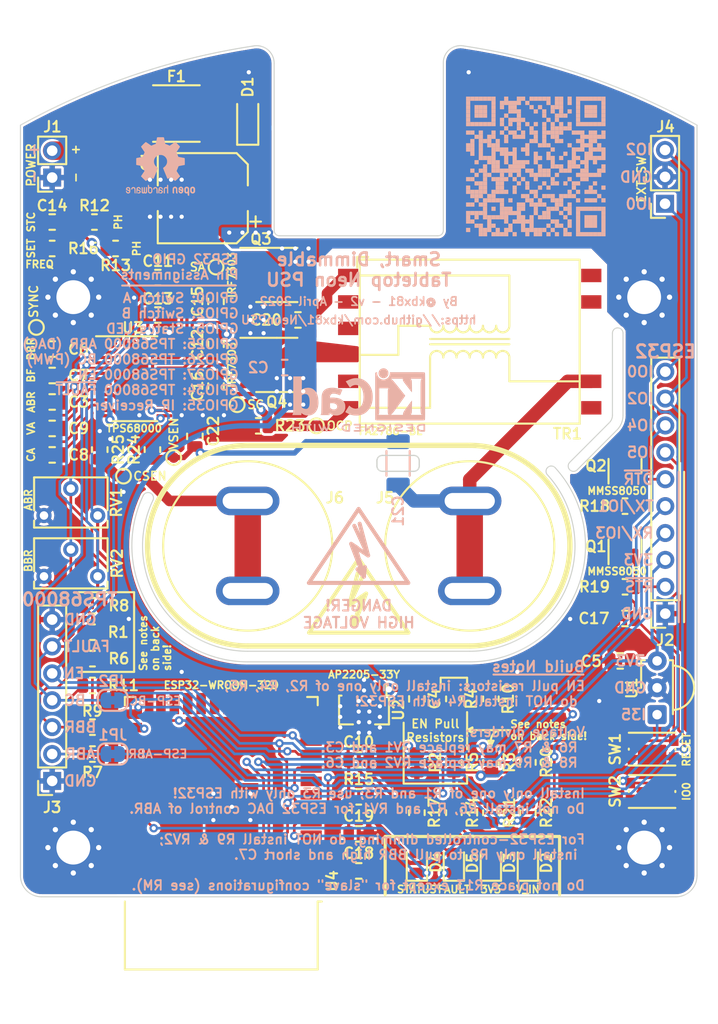
<source format=kicad_pcb>
(kicad_pcb (version 20211014) (generator pcbnew)
  (layers (0 "F.Cu" signal) (31 "B.Cu" signal) (34 "B.Paste" user) (35 "F.Paste" user) (36 "B.SilkS" user "B.Silkscreen") (37 "F.SilkS" user "F.Silkscreen") (38 "B.Mask" user) (39 "F.Mask" user) (44 "Edge.Cuts" user))
  (net 0 "")
  (net 1 "+12V")
  (net 2 "GND")
  (net 3 "/ABR")
  (net 4 "/BBR")
  (net 5 "/BF")
  (net 6 "/CAO")
  (net 7 "/CA-")
  (net 8 "/VA-")
  (net 9 "/VAO")
  (net 10 "+3V3")
  (net 11 "/V5")
  (net 12 "/VREF")
  (net 13 "/STC")
  (net 14 "/ESP_EN")
  (net 15 "/SA")
  (net 16 "/V5A")
  (net 17 "/V5C")
  (net 18 "/SC")
  (net 19 "/HV")
  (net 20 "/VSEN")
  (net 21 "Net-(D1-Pad2)")
  (net 22 "Net-(D2-Pad2)")
  (net 23 "Net-(D3-Pad2)")
  (net 24 "/GPIO5")
  (net 25 "Net-(D4-Pad2)")
  (net 26 "Net-(F1-Pad2)")
  (net 27 "/~{RTS}")
  (net 28 "/GPIO3")
  (net 29 "/GPIO1")
  (net 30 "/~{DTR}")
  (net 31 "/GPIO4")
  (net 32 "/GPIO2")
  (net 33 "/GPIO0")
  (net 34 "/BC")
  (net 35 "/TPS_EN")
  (net 36 "/FAULT")
  (net 37 "/CSEN")
  (net 38 "/PH")
  (net 39 "/GA")
  (net 40 "/GB")
  (net 41 "/GD")
  (net 42 "/GC")
  (net 43 "Net-(D5-Pad2)")
  (net 44 "Net-(Q1-Pad1)")
  (net 45 "/SET")
  (net 46 "/OCP")
  (net 47 "/SYNC")
  (net 48 "/GPI36")
  (net 49 "/GPI39")
  (net 50 "/GPI35")
  (net 51 "/GPIO32")
  (net 52 "/GPIO33")
  (net 53 "/ESP_ABR")
  (net 54 "/GPIO16")
  (net 55 "/GPIO17")
  (net 56 "/GPIO14")
  (net 57 "/GPIO12")
  (net 58 "/GPIO13")
  (net 59 "/GPIO15")
  (net 60 "/GPIO18")
  (net 61 "/GPIO19")
  (net 62 "/GPIO21")
  (net 63 "/GPIO22")
  (net 64 "/GPIO23")
  (net 65 "/XFMR")
  (net 66 "Net-(Q2-Pad1)")
  (net 67 "/ESP_BC")
  (footprint "Resistor_SMD:R_0805_2012Metric" (layer "F.Cu") (at 140.5 90.45)
    (fp_text reference "R23")
    (fp_text value "100")
  )
  (footprint "Resistor_SMD:R_0805_2012Metric" (layer "F.Cu") (at 159 116.25 -90)
    (fp_text reference "R4")
    (fp_text value "100K")
  )
  (footprint "MountingHole:MountingHole_3.2mm_M3_Pad_Via" (layer "F.Cu") (at 177 78.3)
    (fp_text reference "H4")
    (fp_text value "MountingHole_Pad")
  )
  (footprint "Package_SO:TSSOP-30_4.4x7.8mm_P0.5mm" (layer "F.Cu") (at 128.75 86)
    (fp_text reference "U3")
    (fp_text value "TPS68000")
  )
  (footprint "Resistor_SMD:R_0805_2012Metric" (layer "F.Cu") (at 124.81 107.45)
    (fp_text reference "R8")
    (fp_text value "10K")
  )
  (footprint "Button_Switch_SMD:SW_Push_1P1T_NO_CK_KMR2" (layer "F.Cu") (at 177.75 125)
    (fp_text reference "SW2")
    (fp_text value "IO0")
  )
  (footprint "MountingHole:MountingHole_3.2mm_M3_Pad_Via" (layer "F.Cu") (at 177 130.3)
    (fp_text reference "H3")
    (fp_text value "MountingHole_Pad")
  )
  (footprint "Resistor_SMD:R_0805_2012Metric" (layer "F.Cu") (at 124.81 121.46 180)
    (fp_text reference "R7")
    (fp_text value "10K")
  )
  (footprint "Resistor_SMD:R_0805_2012Metric" (layer "F.Cu") (at 159 127 -90)
    (fp_text reference "R14")
    (fp_text value "2K")
  )
  (footprint "Package_TO_SOT_SMD:SOT-23" (layer "F.Cu") (at 175.19 94.23 90)
    (fp_text reference "Q2")
    (fp_text value "MMSS8050")
  )
  (footprint "Package_TO_SOT_SMD:SOT-89-3" (layer "F.Cu") (at 150.5 117 -90)
    (fp_text reference "U2")
    (fp_text value "AP2205-33Y")
  )
  (footprint "Capacitor_SMD:C_0805_2012Metric" (layer "F.Cu") (at 155.5 116.25 -90)
    (fp_text reference "C4")
    (fp_text value "10 uF")
  )
  (footprint "Resistor_SMD:R_0805_2012Metric" (layer "F.Cu") (at 155.5 122.25 -90)
    (fp_text reference "R2")
    (fp_text value "100K")
  )
  (footprint "Resistor_SMD:R_0805_2012Metric" (layer "F.Cu") (at 124.81 109.95 180)
    (fp_text reference "R1")
    (fp_text value "100K")
  )
  (footprint "Capacitor_SMD:C_0805_2012Metric" (layer "F.Cu") (at 121 88.2 180)
    (fp_text reference "C3")
    (fp_text value "0.01 uF")
  )
  (footprint "SmartNeonPSU:SpringContact_9.9mm_5mm" (layer "F.Cu") (at 160.5 101.8)
    (fp_text reference "J5")
    (fp_text value "LAMP1+")
  )
  (footprint "TestPoint:TestPoint_Pad_D1.0mm" (layer "F.Cu") (at 138.5 88.45)
    (fp_text reference "TP6")
    (fp_text value "SC")
  )
  (footprint "Package_SO:SOIC-8_3.9x4.9mm_P1.27mm" (layer "F.Cu") (at 142.25 84.7)
    (fp_text reference "Q4")
    (fp_text value "IRF7303")
  )
  (footprint "OptoDevice:Vishay_MINICAST-3Pin" (layer "F.Cu") (at 178.225 117.74 90)
    (fp_text reference "U1")
    (fp_text value "TSOP382xx")
  )
  (footprint "Capacitor_SMD:C_0805_2012Metric" (layer "F.Cu") (at 121 93.2)
    (fp_text reference "C8")
    (fp_text value "1000 pF")
  )
  (footprint "Resistor_SMD:R_0805_2012Metric" (layer "F.Cu") (at 175.19 105.66)
    (fp_text reference "R19")
    (fp_text value "10K")
  )
  (footprint "Resistor_SMD:R_0805_2012Metric" (layer "F.Cu") (at 124.81 112.45)
    (fp_text reference "R6")
    (fp_text value "10K")
  )
  (footprint "Resistor_SMD:R_0805_2012Metric" (layer "F.Cu") (at 130.486222 92.7 -90)
    (fp_text reference "R24")
    (fp_text value "10K")
  )
  (footprint "LED_SMD:LED_0805_2012Metric" (layer "F.Cu") (at 162.5 131.745225 90)
    (fp_text reference "D3")
    (fp_text value "3V3")
  )
  (footprint "TestPoint:TestPoint_Pad_D1.0mm" (layer "F.Cu") (at 136.5 75.45)
    (fp_text reference "TP5")
    (fp_text value "SA")
  )
  (footprint "Capacitor_SMD:C_0805_2012Metric" (layer "F.Cu") (at 131 76.45 180)
    (fp_text reference "C11")
    (fp_text value "1 uF")
  )
  (footprint "Resistor_SMD:R_0805_2012Metric" (layer "F.Cu") (at 162.5 122.25 90)
    (fp_text reference "R3")
    (fp_text value "100K")
  )
  (footprint "Resistor_SMD:R_0805_2012Metric" (layer "F.Cu") (at 155.5 127 -90)
    (fp_text reference "R17")
    (fp_text value "1K")
  )
  (footprint "Capacitor_SMD:C_0805_2012Metric" (layer "F.Cu") (at 121 85.7)
    (fp_text reference "C7")
    (fp_text value "0.047 uF")
  )
  (footprint "Capacitor_SMD:C_0805_2012Metric" (layer "F.Cu") (at 121 71.2)
    (fp_text reference "C14")
    (fp_text value "1 uF")
  )
  (footprint "Resistor_SMD:R_0805_2012Metric" (layer "F.Cu") (at 125.5 92.7 -90)
    (fp_text reference "R25")
    (fp_text value "392")
  )
  (footprint "Resistor_SMD:R_0805_2012Metric" (layer "F.Cu") (at 166 122.25 90)
    (fp_text reference "R20")
    (fp_text value "10K")
  )
  (footprint "Potentiometer_THT:Potentiometer_Bourns_3266W_Vertical" (layer "F.Cu") (at 120.225 104.675 180)
    (fp_text reference "RV2")
    (fp_text value "200K")
  )
  (footprint "Resistor_SMD:R_0805_2012Metric" (layer "F.Cu") (at 121 73.7 180)
    (fp_text reference "R16")
    (fp_text value "287K")
  )
  (footprint "Capacitor_SMD:C_0805_2012Metric" (layer "F.Cu") (at 136.5 82.75 -90)
    (fp_text reference "C12")
    (fp_text value "2.2 uF")
  )
  (footprint "Capacitor_SMD:C_0805_2012Metric" (layer "F.Cu") (at 150 122)
    (fp_text reference "C10")
    (fp_text value "2.2 uF")
  )
  (footprint "SmartNeonPSU:Symbol_HighVoltage_Type2_SilkScreenTop_VerySmall" (layer "F.Cu") (at 150 107.1985)
    (fp_text reference "REF**")
    (fp_text value "Symbol_HighVoltage_Type2_SilkScreenTop_VerySmall")
  )
  (footprint "LED_SMD:LED_0805_2012Metric" (layer "F.Cu") (at 166 131.75 90)
    (fp_text reference "D2")
    (fp_text value "V_IN")
  )
  (footprint "Resistor_SMD:R_0805_2012Metric" (layer "F.Cu") (at 127 73.7 180)
    (fp_text reference "R13")
    (fp_text value "10K")
  )
  (footprint "Capacitor_SMD:C_0805_2012Metric" (layer "F.Cu") (at 144.25 80.45 180)
    (fp_text reference "C20")
    (fp_text value "10 uF")
  )
  (footprint "TestPoint:TestPoint_Pad_D1.0mm" (layer "F.Cu") (at 127.75 95.2)
    (fp_text reference "TP1")
    (fp_text value "CSEN")
  )
  (footprint "SmartNeonPSU:SpringContact_9.9mm_5mm" (layer "F.Cu") (at 139.5 101.8)
    (fp_text reference "J6")
    (fp_text value "LAMP1-")
  )
  (footprint "MountingHole:MountingHole_3.2mm_M3_Pad_Via" (layer "F.Cu") (at 123 130.3)
    (fp_text reference "H2")
    (fp_text value "MountingHole_Pad")
  )
  (footprint "Connector_PinSocket_2.54mm:PinSocket_1x07_P2.54mm_Vertical" (layer "F.Cu") (at 121 124 180)
    (fp_text reference "J3")
    (fp_text value "TPS_IO")
  )
  (footprint "Resistor_SMD:R_0805_2012Metric" (layer "F.Cu") (at 162.5 116.25 -90)
    (fp_text reference "R10")
    (fp_text value "10K")
  )
  (footprint "Resistor_SMD:R_0805_2012Metric" (layer "F.Cu") (at 125 71.2 180)
    (fp_text reference "R12")
    (fp_text value "10K")
  )
  (footprint "Capacitor_SMD:C_0805_2012Metric" (layer "F.Cu") (at 150 132.5)
    (fp_text reference "C18")
    (fp_text value "47 uF")
  )
  (footprint "Resistor_SMD:R_0805_2012Metric" (layer "F.Cu") (at 175.19 98.04)
    (fp_text reference "R18")
    (fp_text value "10K")
  )
  (footprint "Resistor_SMD:R_0805_2012Metric" (layer "F.Cu") (at 150 125.5)
    (fp_text reference "R15")
    (fp_text value "1K")
  )
  (footprint "LED_SMD:LED_0805_2012Metric" (layer "F.Cu") (at 155.5 131.743914 90)
    (fp_text reference "D4")
    (fp_text value "STATUS")
  )
  (footprint "Capacitor_SMD:C_0805_2012Metric" (layer "F.Cu") (at 121 90.7)
    (fp_text reference "C9")
    (fp_text value "0.01 uF")
  )
  (footprint "Connector_PinSocket_2.54mm:PinSocket_1x02_P2.54mm_Vertical" (layer "F.Cu") (at 121 67 180)
    (fp_text reference "J1")
    (fp_text value "POWER")
  )
  (footprint "SmartNeonPSU:FA2786-BL" (layer "F.Cu") (at 160.5 82.5 180)
    (fp_text reference "TR1")
    (fp_text value "FA2786-BL")
  )
  (footprint "Capacitor_SMD:C_0805_2012Metric" (layer "F.Cu") (at 131 79.988216)
    (fp_text reference "C13")
    (fp_text value "0.22 uF")
  )
  (footprint "Capacitor_SMD:C_0805_2012Metric" (layer "F.Cu") (at 121 83.2 180)
    (fp_text reference "C6")
    (fp_text value "0.01 uF")
  )
  (footprint "LED_SMD:LED_0805_2012Metric" (layer "F.Cu") (at 159 131.747846 90)
    (fp_text reference "D5")
    (fp_text value "FAULT")
  )
  (footprint "Capacitor_SMD:C_0805_2012Metric" (layer "F.Cu") (at 174.735 112.66)
    (fp_text reference "C5")
    (fp_text value "1 uF")
  )
  (footprint "Fuse:Fuse_2920_7451Metric" (layer "F.Cu") (at 132.75 60.95 180)
    (fp_text reference "F1")
    (fp_text value "2A")
  )
  (footprint "TestPoint:TestPoint_Pad_D1.0mm" (layer "F.Cu") (at 132.5 93.45 180)
    (fp_text reference "TP2")
    (fp_text value "VSEN")
  )
  (footprint "Capacitor_SMD:C_0805_2012Metric" (layer "F.Cu") (at 134.5 91.45 90)
    (fp_text reference "C22")
    (fp_text value "18000 pF")
  )
  (footprint "Resistor_SMD:R_0805_2012Metric" (layer "F.Cu") (at 124.81 114.979974 180)
    (fp_text reference "R11")
    (fp_text value "10K")
  )
  (footprint "Resistor_SMD:R_0805_2012Metric" (layer "F.Cu") (at 166 127 -90)
    (fp_text reference "R22")
    (fp_text value "10K")
  )
  (footprint "TestPoint:TestPoint_Pad_D1.0mm" (layer "F.Cu") (at 119.506652 81.152934)
    (fp_text reference "TP3")
    (fp_text value "SYNC")
  )
  (footprint "MountingHole:MountingHole_3.2mm_M3_Pad_Via" (layer "F.Cu") (at 123 78.3)
    (fp_text reference "H1")
    (fp_text value "MountingHole_Pad")
  )
  (footprint "Resistor_SMD:R_0805_2012Metric" (layer "F.Cu") (at 162.5 127 -90)
    (fp_text reference "R21")
    (fp_text value "10K")
  )
  (footprint "RF_Module:ESP32-WROOM-32" (layer "F.Cu") (at 137 125.95 180)
    (fp_text reference "U4")
    (fp_text value "ESP32-WROOM-32D")
  )
  (footprint "Capacitor_SMD:C_0805_2012Metric" (layer "F.Cu") (at 175.19 108.65 180)
    (fp_text reference "C17")
    (fp_text value "1 uF")
  )
  (footprint "TestPoint:TestPoint_Pad_D1.0mm" (layer "F.Cu") (at 146 90.45)
    (fp_text reference "TP4")
    (fp_text value "OCP")
  )
  (footprint "Potentiometer_THT:Potentiometer_Bourns_3266W_Vertical" (layer "F.Cu") (at 120.225 98.925 180)
    (fp_text reference "RV1")
    (fp_text value "200K")
  )
  (footprint "Package_TO_SOT_SMD:SOT-23" (layer "F.Cu") (at 175.19 101.85 90)
    (fp_text reference "Q1")
    (fp_text value "MMSS8050")
  )
  (footprint "Button_Switch_SMD:SW_Push_1P1T_NO_CK_KMR2" (layer "F.Cu") (at 177.75 121)
    (fp_text reference "SW1")
    (fp_text value "RESET")
  )
  (footprint "Capacitor_SMD:C_0805_2012Metric" (layer "F.Cu") (at 136.5 78.7 -90)
    (fp_text reference "C15")
    (fp_text value "1 uF")
  )
  (footprint "Capacitor_SMD:C_0805_2012Metric" (layer "F.Cu") (at 150 129)
    (fp_text reference "C19")
    (fp_text value "47 uF")
  )
  (footprint "Capacitor_SMD:C_0805_2012Metric" (layer "F.Cu") (at 136.5 86.7 -90)
    (fp_text reference "C16")
    (fp_text value "1 uF")
  )
  (footprint "Resistor_SMD:R_0805_2012Metric" (layer "F.Cu") (at 124.81 118.92 180)
    (fp_text reference "R9")
    (fp_text value "10K")
  )
  (footprint "Connector_PinSocket_2.54mm:PinSocket_1x03_P2.54mm_Vertical" (layer "F.Cu") (at 178.975 69.475 180)
    (fp_text reference "J4")
    (fp_text value "EXT_SW")
  )
  (footprint "Resistor_SMD:R_0805_2012Metric" (layer "F.Cu") (at 159 122.25 90)
    (fp_text reference "R5")
    (fp_text value "100K")
  )
  (footprint "Package_SO:SOIC-8_3.9x4.9mm_P1.27mm" (layer "F.Cu") (at 142.25 76.2)
    (fp_text reference "Q3")
    (fp_text value "IRF7303")
  )
  (footprint "Diode_SMD:D_SOD-123F" (layer "F.Cu") (at 139.5 61.7 90)
    (fp_text reference "D1")
    (fp_text value "N/A")
  )
  (footprint "Capacitor_SMD:CP_Elec_8x6.9" (layer "F.Cu") (at 135.25 68.95 180)
    (fp_text reference "C1")
    (fp_text value "100 uF")
  )
  (footprint "Connector_PinSocket_2.54mm:PinSocket_1x10_P2.54mm_Vertical" (layer "F.Cu") (at 179 108.2 180)
    (fp_text reference "J2")
    (fp_text value "SERIAL+GPIO")
  )
  (footprint "SmartNeonPSU:NeonPSU_QR" (layer "B.Cu") (at 166.75 65.95 180)
    (fp_text reference "QR*****")
    (fp_text value "NeonPSU_QR")
  )
  (footprint "Capacitor_SMD:C_0805_2012Metric" (layer "B.Cu") (at 143 84.95 180)
    (fp_text reference "C2")
    (fp_text value "10 uF")
  )
  (footprint "Symbol:KiCad-Logo2_5mm_SilkScreen" (layer "B.Cu") (at 150 88 180)
    (fp_text reference "REF**" hide)
    (fp_text value "KiCad-Logo2_5mm_SilkScreen" hide)
  )
  (footprint "Symbol:OSHW-Logo2_7.3x6mm_SilkScreen" (layer "B.Cu") (at 131.25 65.95 180)
    (fp_text reference "REF**" hide)
    (fp_text value "OSHW-Logo2_7.3x6mm_SilkScreen" hide)
  )
  (footprint "Jumper:SolderJumper-2_P1.3mm_Bridged_RoundedPad1.0x1.5mm" (layer "B.Cu") (at 126.73 116.38 180)
    (fp_text reference "JP2")
    (fp_text value "ESP-BC")
  )
  (footprint "SmartNeonPSU:Symbol_HighVoltage_Type2_SilkScreenTop_VerySmall" (layer "B.Cu") (at 149.987639 102.5 180)
    (fp_text reference "REF**")
    (fp_text value "Symbol_HighVoltage_Type2_SilkScreenTop_VerySmall")
  )
  (footprint "Jumper:SolderJumper-2_P1.3mm_Bridged_RoundedPad1.0x1.5mm" (layer "B.Cu") (at 126.73 121.46 180)
    (fp_text reference "JP1")
    (fp_text value "ESP-ABR")
  )
  (footprint "Capacitor_SMD:C_1808_4520Metric_Slot" (layer "B.Cu") (at 153.722317 94 90)
    (fp_text reference "C21")
    (fp_text value "22 pF")
    (fp_line (start -0.75 -1.5) (end -0.75 1.5) (layer "Edge.Cuts") (width 0.12))
    (fp_line (start 0.75 1.5) (end 0.75 -1.5) (layer "Edge.Cuts") (width 0.12))
    (fp_line (start -0.25 2) (end 0.25 2) (layer "Edge.Cuts") (width 0.12))
    (fp_line (start 0.25 -2) (end -0.25 -2) (layer "Edge.Cuts") (width 0.12))
    (fp_arc (start 0.75 1.5) (mid 0.603553 1.853553) (end 0.25 2) (layer "Edge.Cuts") (width 0.12))
    (fp_arc (start -0.75 -1.5) (mid -0.603553 -1.853553) (end -0.25 -2) (layer "Edge.Cuts") (width 0.12))
    (fp_arc (start -0.25 2) (mid -0.603553 1.853553) (end -0.75 1.5) (layer "Edge.Cuts") (width 0.12))
    (fp_arc (start 0.25 -2) (mid 0.603553 -1.853553) (end 0.75 -1.5) (layer "Edge.Cuts") (width 0.12))
  )
  (gr_line (start 138.375 77.2) (end 127.625 77.2) (layer "B.SilkS") (width 0.2))
  (gr_line (start 171.25 113.95) (end 162.75 113.95) (layer "B.SilkS") (width 0.2))
  (gr_line (start 180.27 94.8) (end 180.27 109) (layer "B.SilkS") (width 0.2))
  (gr_line (start 162.5 120.2) (end 162.5 120.7) (layer "F.SilkS") (width 0.2))
  (gr_line (start 154.25 118.5) (end 154.25 124.249998) (layer "F.SilkS") (width 0.2))
  (gr_line (start 180.778 109) (end 180.778 94.8) (layer "F.SilkS") (width 0.2))
  (gr_line (start 152.5 129.25) (end 169 129.25) (layer "F.SilkS") (width 0.3))
  (gr_line (start 160.25 124.249998) (end 160.25 123.499998) (layer "F.SilkS") (width 0.2))
  (gr_line (start 162.25 120.2) (end 162.5 120.7) (layer "F.SilkS") (width 0.2))
  (gr_line (start 128.75 106.170383) (end 128.75 113.7) (layer "F.SilkS") (width 0.2))
  (gr_line (start 160.75 118.95) (end 160.75 119.45) (layer "F.SilkS") (width 0.2))
  (gr_line (start 128.75 113.7) (end 123.5 113.7) (layer "F.SilkS") (width 0.2))
  (gr_line (start 160.25 119.2) (end 164.25 119.2) (layer "F.SilkS") (width 0.2))
  (gr_line (start 139.5 111.25) (end 160.5 111.25) (layer "F.SilkS") (width 0.5))
  (gr_arc (start 160.5 92.298) (mid 169.976 101.774) (end 160.5 111.25) (layer "F.SilkS") (width 0.5))
  (gr_line (start 154.25 124.249998) (end 160.25 124.249998) (layer "F.SilkS") (width 0.2))
  (gr_line (start 169 134.75) (end 169 129.25) (layer "F.SilkS") (width 0.3))
  (gr_line (start 160.25 114.249998) (end 157.75 114.249998) (layer "F.SilkS") (width 0.2))
  (gr_line (start 160.25 120.999998) (end 160.25 117.499998) (layer "F.SilkS") (width 0.2))
  (gr_line (start 139.5 92.298) (end 160.5 92.298) (layer "F.SilkS") (width 0.5))
  (gr_line (start 128.75 106.170383) (end 123.5 106.170383) (layer "F.SilkS") (width 0.2))
  (gr_line (start 162.75 120.2) (end 162.25 120.2) (layer "F.SilkS") (width 0.2))
  (gr_line (start 162.5 120.7) (end 162.75 120.2) (layer "F.SilkS") (width 0.2))
  (gr_line (start 160.75 119.45) (end 160.25 119.2) (layer "F.SilkS") (width 0.2))
  (gr_line (start 152.5 129.25) (end 152.5 134.75) (layer "F.SilkS") (width 0.3))
  (gr_line (start 157.75 114.249998) (end 157.75 115.249998) (layer "F.SilkS") (width 0.2))
  (gr_arc (start 162.5 120.2) (mid 162.792893 119.492893) (end 163.5 119.2) (layer "F.SilkS") (width 0.2))
  (gr_line (start 160.25 119.2) (end 160.75 118.95) (layer "F.SilkS") (width 0.2))
  (gr_arc (start 139.5 111.25) (mid 130.024 101.774) (end 139.5 92.298) (layer "F.SilkS") (width 0.5))
  (gr_line (start 160.25 115.249998) (end 160.25 114.249998) (layer "F.SilkS") (width 0.2))
  (gr_line (start 173.706104 90.154558) (end 169.956104 93.904558) (layer "Edge.Cuts") (width 0.1))
  (gr_arc (start 182 132.951866) (mid 181.413827 134.365146) (end 180 134.95) (layer "Edge.Cuts") (width 0.1))
  (gr_arc (start 167.859538 95.092697) (mid 169.609149 105.82016) (end 160.5 111.75) (layer "Edge.Cuts") (width 0.1))
  (gr_line (start 174 81.7) (end 174 89.45) (layer "Edge.Cuts") (width 0.1))
  (gr_line (start 182 132.951866) (end 182 62.047951) (layer "Edge.Cuts") (width 0.1))
  (gr_line (start 158 72) (end 158 56.2) (layer "Edge.Cuts") (width 0.1))
  (gr_arc (start 170.66331 94.612518) (mid 169.955728 94.61214) (end 169.956104 93.904558) (layer "Edge.Cuts") (width 0.1))
  (gr_line (start 139.5 111.75) (end 160.5 111.75) (layer "Edge.Cuts") (width 0.1))
  (gr_arc (start 174 81.7) (mid 174.5 81.2) (end 175 81.7) (layer "Edge.Cuts") (width 0.1))
  (gr_arc (start 168.558447 94.386229) (mid 170.526242 106.199745) (end 160.5 112.75) (layer "Edge.Cuts") (width 0.1))
  (gr_line (start 142 56.2) (end 142 72) (layer "Edge.Cuts") (width 0.1))
  (gr_arc (start 120 134.95) (mid 118.585786 134.364213) (end 118 132.949998) (layer "Edge.Cuts") (width 0.1))
  (gr_arc (start 158 56.2) (mid 158.563655 54.927771) (end 159.906129 54.561659) (layer "Edge.Cuts") (width 0.1))
  (gr_arc (start 174.999999 89.45) (mid 174.847138 90.214609) (end 174.41331 90.862518) (layer "Edge.Cuts") (width 0.1))
  (gr_line (start 120 134.95) (end 180 134.95) (layer "Edge.Cuts") (width 0.1))
  (gr_arc (start 140.002687 54.575983) (mid 141.387264 54.913363) (end 142 56.2) (layer "Edge.Cuts") (width 0.1))
  (gr_arc (start 159.906129 54.561659) (mid 171.286527 57.320677) (end 182 62.047951) (layer "Edge.Cuts") (width 0.1))
  (gr_arc (start 118 62.047951) (mid 128.669795 57.335656) (end 140.002687 54.575983) (layer "Edge.Cuts") (width 0.1))
  (gr_arc (start 167.859538 95.092697) (mid 167.855751 94.390002) (end 168.558447 94.386229) (layer "Edge.Cuts") (width 0.1))
  (gr_line (start 142.5 72.5) (end 157.5 72.5) (layer "Edge.Cuts") (width 0.1))
  (gr_arc (start 139.5 111.75) (mid 131.083619 107.107452) (end 130.521028 97.512025) (layer "Edge.Cuts") (width 0.1))
  (gr_line (start 139.5 112.75) (end 160.5 112.75) (layer "Edge.Cuts") (width 0.1))
  (gr_arc (start 139.5 112.75) (mid 130.220866 107.610603) (end 129.625158 97.02) (layer "Edge.Cuts") (width 0.1))
  (gr_arc (start 142.5 72.5) (mid 142.146447 72.353553) (end 142 72) (layer "Edge.Cuts") (width 0.1))
  (gr_line (start 175 81.7) (end 175 89.45) (layer "Edge.Cuts") (width 0.1))
  (gr_arc (start 129.625158 97.02) (mid 130.319104 96.818079) (end 130.521028 97.512025) (layer "Edge.Cuts") (width 0.1))
  (gr_line (start 118 62.047951) (end 118 132.949998) (layer "Edge.Cuts") (width 0.1))
  (gr_line (start 174.41331 90.862518) (end 170.66331 94.612518) (layer "Edge.Cuts") (width 0.1))
  (gr_arc (start 158 72) (mid 157.853553 72.353553) (end 157.5 72.5) (layer "Edge.Cuts") (width 0.1))
  (gr_arc (start 173.999999 89.45) (mid 173.923124 89.831508) (end 173.706104 90.154558) (layer "Edge.Cuts") (width 0.1))
  (gr_text "Build Notes" (at 171.5 113.2) (layer "B.SilkS") (effects (font (size 1 1) (thickness 0.2)) (justify left mirror)))
  (gr_text "https://github.com/kbx81/NeonPSU" (at 150 80.45) (layer "B.SilkS") (effects (font (size 0.8 0.8) (thickness 0.16)) (justify mirror)))
  (gr_text "DANGER!\nHIGH VOLTAGE" (at 150 108.25) (layer "B.SilkS") (effects (font (size 1 1) (thickness 0.2)) (justify mirror)))
  (gr_text "ESP32 GPIO\nPin Assignments" (at 138.75 75.45) (layer "B.SilkS") (effects (font (size 0.9 0.9) (thickness 0.18)) (justify left mirror)))
  (gr_text "EN pull resistors: install only one of R2, R4, R5;\n do NOT install R4 with ESP32!\n\nVoltage dividers:\n R6 & R7 may replace RV1 and C3.\n R8 & R9 may replace RV2 and C6.\n\nInstall only one of R1 and R3; use R3 only with ESP32!\nDo not install R6, R7 and RV1 for ESP32 DAC control of ABR.\n\nFor ESP32-controlled dimming, do NOT install R9 & RV2;\n install only R8 to pull BBR high and short C7.\n\nDo not place R13 except for {dblquote}slave{dblquote} configurations (see RM)." (at 171.5 124.45) (layer "B.SilkS") (effects (font (size 0.9 0.9) (thickness 0.18)) (justify left mirror)))
  (gr_text "GPIO0: Switch A\nGPIO2: Switch B\nGPIO5: Status LED\nGPIO25: TPS68000 ABR (DAC)\nGPIO26: TPS68000 BC (PWM)\nGPIO27: TPS68000 EN\nGPIO34: TPS68000 ~{FAULT}\nGPIO35: IR Receiver" (at 138.75 83.45) (layer "B.SilkS") (effects (font (size 0.9 0.9) (thickness 0.18)) (justify left mirror)))
  (gr_text "Smart, Dimmable\nTabletop Neon PSU" (at 150 75.7) (layer "B.SilkS") (effects (font (size 1.2 1.2) (thickness 0.25)) (justify mirror)))
  (gr_text "By @kbx81 - v2 - April 2022" (at 150 78.7) (layer "B.SilkS") (effects (font (size 0.8 0.8) (thickness 0.16)) (justify mirror)))
  (gr_text "See notes\non back side!" (at 164.25 119.2) (layer "F.SilkS") (effects (font (size 0.7 0.7) (thickness 0.16)) (justify left)))
  (gr_text "See notes\non back\nside!" (at 130.75 113.7 90) (layer "F.SilkS") (effects (font (size 0.7 0.7) (thickness 0.16)) (justify left)))
  (gr_text "EN Pull\nResistors" (at 157.25 119.249998) (layer "F.SilkS") (effects (font (size 0.8 0.8) (thickness 0.16))))
  (segment (start 130.5 83.45) (end 129.191768 82.141768) (width 0.3) (layer "F.Cu") (net 1))
  (segment (start 130.774639 85.5) (end 130.5 85.225361) (width 0.3) (layer "F.Cu") (net 1))
  (segment (start 133.5 76.45) (end 137.75 72.2) (width 0.5) (layer "F.Cu") (net 1))
  (segment (start 155.5375 115.3375) (end 155.5 115.3) (width 0.5) (layer "F.Cu") (net 1))
  (segment (start 129.536304 78.913696) (end 130.786304 78.913696) (width 0.3) (layer "F.Cu") (net 1))
  (segment (start 129.191768 82.141768) (end 129.191768 79.258232) (width 0.3) (layer "F.Cu") (net 1))
  (segment (start 131.6125 85.5) (end 130.774639 85.5) (width 0.3) (layer "F.Cu") (net 1))
  (segment (start 131.95 76.45) (end 133.5 76.45) (width 0.5) (layer "F.Cu") (net 1))
  (segment (start 155.45 115.35) (end 155.5 115.3) (width 0.5) (layer "F.Cu") (net 1))
  (segment (start 130.5 85.225361) (end 130.5 83.45) (width 0.3) (layer "F.Cu") (net 1))
  (segment (start 130.786304 78.913696) (end 131.95 77.75) (width 0.3) (layer "F.Cu") (net 1))
  (segment (start 131.95 77.75) (end 131.95 76.45) (width 0.3) (layer "F.Cu") (net 1))
  (segment (start 152 115.35) (end 152.85 115.35) (width 1) (layer "F.Cu") (net 1))
  (segment (start 152.85 115.35) (end 155.45 115.35) (width 0.5) (layer "F.Cu") (net 1))
  (segment (start 129.191768 79.258232) (end 129.536304 78.913696) (width 0.3) (layer "F.Cu") (net 1))
  (segment (start 159 115.3375) (end 162.5 115.3375) (width 0.5) (layer "F.Cu") (net 1))
  (segment (start 159 115.3375) (end 155.5375 115.3375) (width 0.5) (layer "F.Cu") (net 1))
  (via (at 144 73.7) (size 0.8) (drill 0.4) (layers "F.Cu" "B.Cu") (net 1))
  (via (at 144 74.95) (size 0.8) (drill 0.4) (layers "F.Cu" "B.Cu") (net 1))
  (via (at 144.75 88.45) (size 0.8) (drill 0.4) (layers "F.Cu" "B.Cu") (net 1))
  (via (at 143.5 85.95) (size 0.8) (drill 0.4) (layers "F.Cu" "B.Cu") (net 1))
  (via (at 144.75 85.95) (size 0.8) (drill 0.4) (layers "F.Cu" "B.Cu") (net 1))
  (via (at 143.5 87.2) (size 0.8) (drill 0.4) (layers "F.Cu" "B.Cu") (net 1))
  (via (at 139 72.2) (size 0.8) (drill 0.4) (layers "F.Cu" "B.Cu") (net 1))
  (via (at 145.25 73.7) (size 0.8) (drill 0.4) (layers "F.Cu" "B.Cu") (net 1))
  (via (at 142.75 73.7) (size 0.8) (drill 0.4) (layers "F.Cu" "B.Cu") (net 1))
  (via (at 137.75 72.2) (size 0.8) (drill 0.4) (layers "F.Cu" "B.Cu") (net 1))
  (via (at 144.75 87.2) (size 0.8) (drill 0.4) (layers "F.Cu" "B.Cu") (net 1))
  (via (at 140.25 72.2) (size 0.8) (drill 0.4) (layers "F.Cu" "B.Cu") (net 1))
  (via (at 141.5 72.2) (size 0.8) (drill 0.4) (layers "F.Cu" "B.Cu") (net 1))
  (via (at 145.25 74.95) (size 0.8) (drill 0.4) (layers "F.Cu" "B.Cu") (net 1))
  (via (at 143.5 88.45) (size 0.8) (drill 0.4) (layers "F.Cu" "B.Cu") (net 1))
  (via (at 152.85 115.35) (size 1.2) (drill 0.6) (layers "F.Cu" "B.Cu") (net 1))
  (segment (start 139.25 90.45) (end 141.5 90.45) (width 0.5) (layer "B.Cu") (net 1))
  (segment (start 143.5 88.45) (end 141.5 90.45) (width 0.5) (layer "B.Cu") (net 1))
  (segment (start 139.394601 113.262803) (end 150.762803 113.262803) (width 0.5) (layer "B.Cu") (net 1))
  (segment (start 127.999999 101.868201) (end 127.999999 101.700001) (width 0.5) (layer "B.Cu") (net 1))
  (segment (start 150.762803 113.262803) (end 152.85 115.35) (width 0.5) (layer "B.Cu") (net 1))
  (arc (start 127.999999 101.700001) (mid 131.295048 93.745049) (end 139.25 90.45) (width 0.5) (layer "B.Cu") (net 1))
  (arc (start 127.999999 101.868201) (mid 131.337401 109.925401) (end 139.394601 113.262803) (width 0.5) (layer "B.Cu") (net 1))
  (segment (start 132.075181 80.113397) (end 131.95 79.988216) (width 0.3) (layer "F.Cu") (net 2))
  (segment (start 132.75 82.700361) (end 132.75 82.299639) (width 0.3) (layer "F.Cu") (net 2))
  (segment (start 129.25 89.45) (end 129.25 87.7) (width 0.25) (layer "F.Cu") (net 2))
  (segment (start 132.075181 81.624819) (end 132.075181 80.113397) (width 0.3) (layer "F.Cu") (net 2))
  (segment (start 130.45 86.5) (end 131.6125 86.5) (width 0.25) (layer "F.Cu") (net 2))
  (segment (start 131.6125 86.5) (end 133.45 86.5) (width 0.3) (layer "F.Cu") (net 2))
  (segment (start 133.45 86.5) (end 136.25 83.7) (width 0.3) (layer "F.Cu") (net 2))
  (segment (start 132.75 82.299639) (end 132.075181 81.624819) (width 0.3) (layer "F.Cu") (net 2))
  (segment (start 132.450361 83) (end 132.75 82.700361) (width 0.3) (layer "F.Cu") (net 2))
  (segment (start 129.25 87.7) (end 130.45 86.5) (width 0.25) (layer "F.Cu") (net 2))
  (segment (start 136.25 83.7) (end 136.5 83.7) (width 0.3) (layer "F.Cu") (net 2))
  (segment (start 131.6125 83) (end 132.450361 83) (width 0.3) (layer "F.Cu") (net 2))
  (via (at 172.75 116.45) (size 0.8) (drill 0.4) (layers "F.Cu" "B.Cu") (net 2))
  (via (at 139.6 57.05) (size 0.8) (drill 0.4) (layers "F.Cu" "B.Cu") (net 2))
  (via (at 165 113.7) (size 0.8) (drill 0.4) (layers "F.Cu" "B.Cu") (net 2))
  (via (at 141 79.2) (size 0.8) (drill 0.4) (layers "F.Cu" "B.Cu") (net 2))
  (via (at 137.25 89.45) (size 0.8) (drill 0.4) (layers "F.Cu" "B.Cu") (net 2))
  (via (at 150.5 114.45) (size 0.8) (drill 0.4) (layers "F.Cu" "B.Cu") (net 2))
  (via (at 150 117.45) (size 0.8) (drill 0.4) (layers "F.Cu" "B.Cu") (net 2))
  (via (at 130.25 67.2) (size 0.8) (drill 0.4) (layers "F.Cu" "B.Cu") (net 2))
  (via (at 132.25 70.7) (size 0.8) (drill 0.4) (layers "F.Cu" "B.Cu") (net 2))
  (via (at 150 116.45) (size 0.8) (drill 0.4) (layers "F.Cu" "B.Cu") (net 2))
  (via (at 126.5 91.7) (size 0.8) (drill 0.4) (layers "F.Cu" "B.Cu") (net 2))
  (via (at 148.25 118.95) (size 0.8) (drill 0.4) (layers "F.Cu" "B.Cu") (net 2))
  (via (at 135.25 89.45) (size 0.8) (drill 0.4) (layers "F.Cu" "B.Cu") (net 2))
  (via (at 133.25 70.7) (size 0.8) (drill 0.4) (layers "F.Cu" "B.Cu") (net 2))
  (via (at 136.25 127.7) (size 0.8) (drill 0.4) (layers "F.Cu" "B.Cu") (net 2))
  (via (at 133.25 113.7) (size 0.8) (drill 0.4) (layers "F.Cu" "B.Cu") (net 2))
  (via (at 125.5 90.95) (size 0.8) (drill 0.4) (layers "F.Cu" "B.Cu") (net 2))
  (via (at 139.75 127.7) (size 0.8) (drill 0.4) (layers "F.Cu" "B.Cu") (net 2))
  (via (at 164.25 124.95) (size 0.8) (drill 0.4) (layers "F.Cu" "B.Cu") (net 2))
  (via (at 148.25 116.95) (size 0.8) (drill 0.4) (layers "F.Cu" "B.Cu") (net 2))
  (via (at 132.25 67.2) (size 0.8) (drill 0.4) (layers "F.Cu" "B.Cu") (net 2))
  (via (at 138 126.45) (size 0.8) (drill 0.4) (layers "F.Cu" "B.Cu") (net 2))
  (via (at 129.25 89.45) (size 0.8) (drill 0.4) (layers "F.Cu" "B.Cu") (net 2))
  (via (at 133.25 67.2) (size 0.8) (drill 0.4) (layers "F.Cu" "B.Cu") (net 2))
  (via (at 139.75 81.7) (size 0.8) (drill 0.4) (layers "F.Cu" "B.Cu") (net 2))
  (via (at 139.75 79.2) (size 0.8) (drill 0.4) (layers "F.Cu" "B.Cu") (net 2))
  (via (at 150 118.45) (size 0.8) (drill 0.4) (layers "F.Cu" "B.Cu") (net 2))
  (via (at 150 119.45) (size 0.8) (drill 0.4) (layers "F.Cu" "B.Cu") (net 2))
  (via (at 151 118.45) (size 0.8) (drill 0.4) (layers "F.Cu" "B.Cu") (net 2))
  (via (at 152 116.95) (size 0.8) (drill 0.4) (layers "F.Cu" "B.Cu") (net 2))
  (via (at 139.75 125.2) (size 0.8) (drill 0.4) (layers "F.Cu" "B.Cu") (net 2))
  (via (at 132.075181 81.624819) (size 1) (drill 0.5) (layers "F.Cu" "B.Cu") (net 2))
  (via (at 136.25 125.2) (size 0.8) (drill 0.4) (layers "F.Cu" "B.Cu") (net 2))
  (via (at 151 116.45) (size 0.8) (drill 0.4) (layers "F.Cu" "B.Cu") (net 2))
  (via (at 150.5 115.45) (size 0.8) (drill 0.4) (layers "F.Cu" "B.Cu") (net 2))
  (via (at 130.25 70.7) (size 0.8) (drill 0.4) (layers "F.Cu" "B.Cu") (net 2))
  (via (at 151 117.45) (size 0.8) (drill 0.4) (layers "F.Cu" "B.Cu") (net 2))
  (via (at 141 81.7) (size 0.8) (drill 0.4) (layers "F.Cu" "B.Cu") (net 2))
  (via (at 128.25 108.7) (size 0.8) (drill 0.4) (layers "F.Cu" "B.Cu") (net 2))
  (via (at 152 117.95) (size 0.8) (drill 0.4) (layers "F.Cu" "B.Cu") (net 2))
  (via (at 133.25 89.45) (size 0.8) (drill 0.4) (layers "F.Cu" "B.Cu") (net 2))
  (via (at 131.25 67.2) (size 0.8) (drill 0.4) (layers "F.Cu" "B.Cu") (net 2))
  (via (at 142.25 85.95) (size 0.8) (drill 0.4) (layers "F.Cu" "B.Cu") (net 2))
  (via (at 160.4 57.05) (size 0.8) (drill 0.4) (layers "F.Cu" "B.Cu") (net 2))
  (via (at 127.75 96.7) (size 0.8) (drill 0.4) (layers "F.Cu" "B.Cu") (net 2))
  (via (at 170 108.7) (size 0.8) (drill 0.4) (layers "F.Cu" "B.Cu") (net 2))
  (via (at 152 118.95) (size 0.8) (drill 0.4) (layers "F.Cu" "B.Cu") (net 2))
  (via (at 131.25 70.7) (size 0.8) (drill 0.4) (layers "F.Cu" "B.Cu") (net 2))
  (via (at 151 119.45) (size 0.8) (drill 0.4) (layers "F.Cu" "B.Cu") (net 2))
  (via (at 128.75 78.35) (size 0.8) (drill 0.4) (layers "F.Cu" "B.Cu") (net 2))
  (via (at 139.75 80.45) (size 0.8) (drill 0.4) (layers "F.Cu" "B.Cu") (net 2))
  (via (at 148.25 117.95) (size 0.8) (drill 0.4) (layers "F.Cu" "B.Cu") (net 2))
  (via (at 141 80.45) (size 0.8) (drill 0.4) (layers "F.Cu" "B.Cu") (net 2))
  (via (at 142.25 87.2) (size 0.8) (drill 0.4) (layers "F.Cu" "B.Cu") (net 2))
  (segment (start 126.55952 110.64048) (end 126.55952 104.25952) (width 0.25) (layer "F.Cu") (net 3))
  (segment (start 123.8975 121.46) (end 124.805715 120.551785) (width 0.25) (layer "F.Cu") (net 3))
  (segment (start 121.95 87.891268) (end 123.085011 86.756257) (width 0.25) (layer "F.Cu") (net 3))
  (segment (start 121 121.46) (end 123.8975 121.46) (width 0.25) (layer "F.Cu") (net 3))
  (segment (start 124.805715 114.255715) (end 123.8975 113.3475) (width 0.25) (layer "F.Cu") (net 3))
  (segment (start 123.8975 113.3475) (end 123.8975 112.45) (width 0.25) (layer "F.Cu") (net 3))
  (segment (start 121.95 88.2) (end 121.95 87.891268) (width 0.25) (layer "F.Cu") (net 3))
  (segment (start 125.1475 111.2) (end 126 111.2) (width 0.25) (layer "F.Cu") (net 3))
  (segment (start 125.8875 86) (end 123.841268 86) (width 0.25) (layer "F.Cu") (net 3))
  (segment (start 123.841268 86) (end 123.085011 86.756257) (width 0.25) (layer "F.Cu") (net 3))
  (segment (start 124.75 102.45) (end 124.75 99.95) (width 0.25) (layer "F.Cu") (net 3))
  (segment (start 124.75 99.95) (end 122.765 97.965) (width 0.25) (layer "F.Cu") (net 3))
  (segment (start 126 111.2) (end 126.55952 110.64048) (width 0.25) (layer "F.Cu") (net 3))
  (segment (start 126.55952 104.25952) (end 124.75 102.45) (width 0.25) (layer "F.Cu") (net 3))
  (segment (start 124.805715 120.551785) (end 124.805715 114.255715) (width 0.25) (layer "F.Cu") (net 3))
  (segment (start 122.765 97.965) (end 122.765 96.385) (width 0.25) (layer "F.Cu") (net 3))
  (segment (start 123.8975 112.45) (end 125.1475 111.2) (width 0.25) (layer "F.Cu") (net 3))
  (via (at 123.085011 86.756257) (size 0.8) (drill 0.4) (layers "F.Cu" "B.Cu") (net 3))
  (segment (start 122.765 96.385) (end 122.75 96.37) (width 0.25) (layer "B.Cu") (net 3))
  (segment (start 122.75 95.45) (end 123.085011 95.114989) (width 0.25) (layer "B.Cu") (net 3))
  (segment (start 122.75 96.37) (end 122.75 95.45) (width 0.25) (layer "B.Cu") (net 3))
  (segment (start 121 121.46) (end 126.08 121.46) (width 0.25) (layer "B.Cu") (net 3))
  (segment (start 123.085011 95.114989) (end 123.085011 86.756257) (width 0.25) (layer "B.Cu") (net 3))
  (segment (start 125.084994 84.5) (end 124.284994 83.7) (width 0.25) (layer "F.Cu") (net 4))
  (segment (start 125.8875 84.5) (end 125.084994 84.5) (width 0.25) (layer "F.Cu") (net 4))
  (segment (start 121 118.92) (end 123.8975 118.92) (width 0.25) (layer "F.Cu") (net 4))
  (segment (start 121.5 115.2) (end 120.5 115.2) (width 0.25) (layer "F.Cu") (net 4))
  (segment (start 119.825489 117.745489) (end 121 118.92) (width 0.25) (layer "F.Cu") (net 4))
  (segment (start 119.825489 115.874511) (end 119.825489 117.745489) (width 0.25) (layer "F.Cu") (net 4))
  (segment (start 123.8975 107.45) (end 124.805126 108.357626) (width 0.25) (layer "F.Cu") (net 4))
  (segment (start 123 111.7) (end 123 113.7) (width 0.25) (layer "F.Cu") (net 4))
  (segment (start 122.765 106.3175) (end 123.8975 107.45) (width 0.25) (layer "F.Cu") (net 4))
  (segment (start 124.805126 110.644874) (end 124.25 111.2) (width 0.25) (layer "F.Cu") (net 4))
  (segment (start 120.5 115.2) (end 119.825489 115.874511) (width 0.25) (layer "F.Cu") (net 4))
  (segment (start 124.25 111.2) (end 123.5 111.2) (width 0.25) (layer "F.Cu") (net 4))
  (segment (start 124.284994 83.7) (end 124.25 83.7) (width 0.25) (layer "F.Cu") (net 4))
  (segment (start 123.75 83.2) (end 124.25 83.7) (width 0.25) (layer "F.Cu") (net 4))
  (segment (start 124.805126 108.357626) (end 124.805126 110.644874) (width 0.25) (layer "F.Cu") (net 4))
  (segment (start 122.765 102.135) (end 122.765 106.3175) (width 0.25) (layer "F.Cu") (net 4))
  (segment (start 123.5 111.2) (end 123 111.7) (width 0.25) (layer "F.Cu") (net 4))
  (segment (start 121.95 83.2) (end 123.75 83.2) (width 0.25) (layer "F.Cu") (net 4))
  (segment (start 123 113.7) (end 121.5 115.2) (width 0.25) (layer "F.Cu") (net 4))
  (via (at 124.25 83.7) (size 0.8) (drill 0.4) (layers "F.Cu" "B.Cu") (net 4))
  (segment (start 122.765 97.965) (end 121.720489 96.920489) (width 0.25) (layer "B.Cu") (net 4))
  (segment (start 122.359055 95.090945) (end 122.359055 86.449295) (width 0.25) (layer "B.Cu") (net 4))
  (segment (start 123.25 84.672947) (end 124.222947 83.7) (width 0.25) (layer "B.Cu") (net 4))
  (segment (start 122.765 102.135) (end 122.765 97.965) (width 0.25) (layer "B.Cu") (net 4))
  (segment (start 124.222947 83.7) (end 124.25 83.7) (width 0.25) (layer "B.Cu") (net 4))
  (segment (start 123.25 85.55835) (end 123.25 84.672947) (width 0.25) (layer "B.Cu") (net 4))
  (segment (start 121.720489 96.920489) (end 121.720489 95.729511) (width 0.25) (layer "B.Cu") (net 4))
  (segment (start 121.720489 95.729511) (end 122.359055 95.090945) (width 0.25) (layer "B.Cu") (net 4))
  (segment (start 122.359055 86.449295) (end 123.25 85.55835) (width 0.25) (layer "B.Cu") (net 4))
  (segment (start 122.15 85.5) (end 121.95 85.7) (width 0.25) (layer "F.Cu") (net 5))
  (segment (start 125.8875 85.5) (end 122.15 85.5) (width 0.25) (layer "F.Cu") (net 5))
  (segment (start 123.301492 90.569823) (end 124.25 89.621315) (width 0.25) (layer "F.Cu") (net 6))
  (segment (start 121.95 93.2) (end 121.95 93) (width 0.25) (layer "F.Cu") (net 6))
  (segment (start 123.301492 91.648508) (end 123.301492 90.569823) (width 0.25) (layer "F.Cu") (net 6))
  (segment (start 124.25 89.621315) (end 124.25 88.95) (width 0.25) (layer "F.Cu") (net 6))
  (segment (start 121.95 93) (end 123.301492 91.648508) (width 0.25) (layer "F.Cu") (net 6))
  (segment (start 124.7 88.5) (end 125.8875 88.5) (width 0.25) (layer "F.Cu") (net 6))
  (segment (start 124.25 88.95) (end 124.7 88.5) (width 0.25) (layer "F.Cu") (net 6))
  (segment (start 121.091532 91.95) (end 122.25 91.95) (width 0.25) (layer "F.Cu") (net 7))
  (segment (start 123.774506 88.684177) (end 124.458683 88) (width 0.25) (layer "F.Cu") (net 7))
  (segment (start 120.05 92.991532) (end 121.091532 91.95) (width 0.25) (layer "F.Cu") (net 7))
  (segment (start 123.774506 89.425494) (end 123.774506 88.684177) (width 0.25) (layer "F.Cu") (net 7))
  (segment (start 122.823471 91.376529) (end 122.823471 90.376529) (width 0.25) (layer "F.Cu") (net 7))
  (segment (start 124.458683 88) (end 125.8875 88) (width 0.25) (layer "F.Cu") (net 7))
  (segment (start 122.25 91.95) (end 122.823471 91.376529) (width 0.25) (layer "F.Cu") (net 7))
  (segment (start 122.823471 90.376529) (end 123.774506 89.425494) (width 0.25) (layer "F.Cu") (net 7))
  (segment (start 120.05 93.2) (end 120.05 92.991532) (width 0.25) (layer "F.Cu") (net 7))
  (segment (start 123.285159 89.07861) (end 123.285159 88.253277) (width 0.25) (layer "F.Cu") (net 8))
  (segment (start 121.95 90.7) (end 121.95 90.413769) (width 0.25) (layer "F.Cu") (net 8))
  (segment (start 121.95 90.413769) (end 123.285159 89.07861) (width 0.25) (layer "F.Cu") (net 8))
  (segment (start 124.538436 87) (end 125.8875 87) (width 0.25) (layer "F.Cu") (net 8))
  (segment (start 123.285159 88.253277) (end 124.538436 87) (width 0.25) (layer "F.Cu") (net 8))
  (segment (start 120.05 90.7) (end 120.05 90.506674) (width 0.25) (layer "F.Cu") (net 9))
  (segment (start 124.367981 86.5) (end 125.8875 86.5) (width 0.25) (layer "F.Cu") (net 9))
  (segment (start 122.819466 88.048515) (end 124.367981 86.5) (width 0.25) (layer "F.Cu") (net 9))
  (segment (start 121.106674 89.45) (end 122.25 89.45) (width 0.25) (layer "F.Cu") (net 9))
  (segment (start 122.25 89.45) (end 122.819466 88.880534) (width 0.25) (layer "F.Cu") (net 9))
  (segment (start 120.05 90.506674) (end 121.106674 89.45) (width 0.25) (layer "F.Cu") (net 9))
  (segment (start 122.819466 88.880534) (end 122.819466 88.048515) (width 0.25) (layer "F.Cu") (net 9))
  (segment (start 151.55 123.75) (end 153.8875 126.0875) (width 0.3) (layer "F.Cu") (net 10))
  (segment (start 159 123.1625) (end 166 123.1625) (width 0.3) (layer "F.Cu") (net 10))
  (segment (start 145.5 132.935) (end 148.615 132.935) (width 0.3) (layer "F.Cu") (net 10))
  (segment (start 153.8875 126.0875) (end 155.5 126.0875) (width 0.3) (layer "F.Cu") (net 10))
  (segment (start 149.05 132.5) (end 149.05 129) (width 0.3) (layer "F.Cu") (net 10))
  (segment (start 159 126.0875) (end 162.5 126.0875) (width 0.3) (layer "F.Cu") (net 10))
  (segment (start 149 115.35) (end 149 121.95) (width 0.3) (layer "F.Cu") (net 10))
  (segment (start 162.5 126.0875) (end 166 126.0875) (width 0.3) (layer "F.Cu") (net 10))
  (segment (start 155.5 126.0875) (end 159 126.0875) (width 0.3) (layer "F.Cu") (net 10))
  (segment (start 150.75 123.75) (end 151.55 123.75) (width 0.3) (layer "F.Cu") (net 10))
  (segment (start 161.548817 123.51471) (end 161.901027 123.1625) (width 0.3) (layer "F.Cu") (net 10))
  (segment (start 149.05 125.5375) (end 149.0875 125.5) (width 0.3) (layer "F.Cu") (net 10))
  (segment (start 149.05 129) (end 149.05 122) (width 0.3) (layer "F.Cu") (net 10))
  (segment (start 148.615 132.935) (end 149.05 132.5) (width 0.3) (layer "F.Cu") (net 10))
  (segment (start 159 126.0875) (end 159 123.1625) (width 0.3) (layer "F.Cu") (net 10))
  (segment (start 149.05 122.05) (end 150.75 123.75) (width 0.3) (layer "F.Cu") (net 10))
  (segment (start 149.0875 125.5) (end 149.05 125.4625) (width 0.3) (layer "F.Cu") (net 10))
  (segment (start 175.685 112.66) (end 178.225 112.66) (width 0.3) (layer "F.Cu") (net 10))
  (segment (start 149 121.95) (end 149.05 122) (width 0.3) (layer "F.Cu") (net 10))
  (via (at 161.548817 123.51471) (size 1) (drill 0.5) (layers "F.Cu" "B.Cu") (net 10))
  (segment (start 177.75 104.37) (end 179 103.12) (width 0.3) (layer "B.Cu") (net 10))
  (segment (start 163.18529 123.51471) (end 161.548817 123.51471) (width 0.3) (layer "B.Cu") (net 10))
  (segment (start 177.75 110.7) (end 177.75 104.37) (width 0.3) (layer "B.Cu") (net 10))
  (segment (start 178.225 112.66) (end 174.04 112.66) (width 0.3) (layer "B.Cu") (net 10))
  (segment (start 178.225 112.66) (end 178.225 111.175) (width 0.3) (layer "B.Cu") (net 10))
  (segment (start 174.04 112.66) (end 163.18529 123.51471) (width 0.3) (layer "B.Cu") (net 10))
  (segment (start 178.225 111.175) (end 177.75 110.7) (width 0.3) (layer "B.Cu") (net 10))
  (segment (start 124.0875 71.2) (end 124.0875 72.5375) (width 0.3) (layer "F.Cu") (net 11))
  (segment (start 124.0875 72.5375) (end 124.75 73.2) (width 0.3) (layer "F.Cu") (net 11))
  (segment (start 135.25 83.95) (end 135.25 82.7) (width 0.3) (layer "F.Cu") (net 11))
  (segment (start 125.7225 107.45) (end 125.7225 109.95) (width 0.3) (layer "F.Cu") (net 11))
  (segment (start 131.6125 86) (end 133.2 86) (width 0.3) (layer "F.Cu") (net 11))
  (segment (start 125.7225 107.45) (end 125.7225 106.4225) (width 0.3) (layer "F.Cu") (net 11))
  (segment (start 125.7225 106.4225) (end 125.305 106.005) (width 0.3) (layer "F.Cu") (net 11))
  (segment (start 133.2 86) (end 135.25 83.95) (width 0.3) (layer "F.Cu") (net 11))
  (segment (start 136.5 81.8) (end 137.473207 81.8) (width 0.3) (layer "F.Cu") (net 11))
  (segment (start 125.305 106.005) (end 125.305 104.675) (width 0.3) (layer "F.Cu") (net 11))
  (segment (start 136.15 81.8) (end 136.5 81.8) (width 0.3) (layer "F.Cu") (net 11))
  (segment (start 135.25 82.7) (end 136.15 81.8) (width 0.3) (layer "F.Cu") (net 11))
  (via (at 137.5 81.8) (size 1) (drill 0.5) (layers "F.Cu" "B.Cu") (net 11))
  (via (at 124.75 73.2) (size 1) (drill 0.5) (layers "F.Cu" "B.Cu") (net 11))
  (segment (start 124.260489 85.939511) (end 124.260489 99.460489) (width 0.25) (layer "B.Cu") (net 11))
  (segment (start 124.75 73.2) (end 129.5 77.95) (width 0.3) (layer "B.Cu") (net 11))
  (segment (start 129.5 80.7) (end 136.4 80.7) (width 0.25) (layer "B.Cu") (net 11))
  (segment (start 136.4 80.7) (end 137.5 81.8) (width 0.25) (layer "B.Cu") (net 11))
  (segment (start 125.305 100.505) (end 125.305 104.675) (width 0.25) (layer "B.Cu") (net 11))
  (segment (start 129.5 80.7) (end 124.260489 85.939511) (width 0.25) (layer "B.Cu") (net 11))
  (segment (start 124.260489 99.460489) (end 125.305 100.505) (width 0.25) (layer "B.Cu") (net 11))
  (segment (start 129.5 77.95) (end 129.5 80.7) (width 0.3) (layer "B.Cu") (net 11))
  (segment (start 125.305 102.255) (end 125.305 98.925) (width 0.3) (layer "F.Cu") (net 12))
  (segment (start 130.05 81.599056) (end 130.05 79.988216) (width 0.3) (layer "F.Cu") (net 12))
  (segment (start 125.7225 112.45) (end 125.7225 112.2275) (width 0.3) (layer "F.Cu") (net 12))
  (segment (start 131.6125 82.5) (end 130.950944 82.5) (width 0.3) (layer "F.Cu") (net 12))
  (segment (start 127.086738 104.036738) (end 125.305 102.255) (width 0.3) (layer "F.Cu") (net 12))
  (segment (start 125.7225 112.2275) (end 127.086738 110.863262) (width 0.3) (layer "F.Cu") (net 12))
  (segment (start 130.075472 81.624528) (end 130.05 81.599056) (width 0.3) (layer "F.Cu") (net 12))
  (segment (start 127.086738 110.863262) (end 127.086738 104.036738) (width 0.3) (layer "F.Cu") (net 12))
  (segment (start 130.950944 82.5) (end 130.075472 81.624528) (width 0.3) (layer "F.Cu") (net 12))
  (via (at 130.075472 81.624528) (size 1) (drill 0.5) (layers "F.Cu" "B.Cu") (net 12))
  (segment (start 129.32547 81.624528) (end 130.075472 81.624528) (width 0.25) (layer "B.Cu") (net 12))
  (segment (start 124.75 86.199998) (end 129.32547 81.624528) (width 0.25) (layer "B.Cu") (net 12))
  (segment (start 124.75 98.37) (end 124.75 86.199998) (width 0.25) (layer "B.Cu") (net 12))
  (segment (start 125.305 98.925) (end 124.75 98.37) (width 0.25) (layer "B.Cu") (net 12))
  (segment (start 121.95 71.610079) (end 121.95 71.2) (width 0.25) (layer "F.Cu") (net 13))
  (segment (start 125.8875 83.5) (end 126.825724 83.5) (width 0.25) (layer "F.Cu") (net 13))
  (segment (start 126.825724 83.5) (end 127.5 82.825724) (width 0.25) (layer "F.Cu") (net 13))
  (segment (start 127.5 77.160079) (end 121.95 71.610079) (width 0.25) (layer "F.Cu") (net 13))
  (segment (start 127.5 82.825724) (end 127.5 77.160079) (width 0.25) (layer "F.Cu") (net 13))
  (segment (start 176.14 107.222493) (end 176.14 108.65) (width 0.25) (layer "F.Cu") (net 14))
  (segment (start 158.386581 122.250926) (end 157.9745 122.663007) (width 0.25) (layer "F.Cu") (net 14))
  (segment (start 167.1375 120.2) (end 166 121.3375) (width 0.25) (layer "F.Cu") (net 14))
  (segment (start 175.19 100.9125) (end 175.19 106.272493) (width 0.25) (layer "F.Cu") (net 14))
  (segment (start 144.25 131.665) (end 145.5 131.665) (width 0.25) (layer "F.Cu") (net 14))
  (segment (start 166 121.3375) (end 165.086574 122.250926) (width 0.25) (layer "F.Cu") (net 14))
  (segment (start 175.7 120.2) (end 179.8 120.2) (width 0.25) (layer "F.Cu") (net 14))
  (segment (start 143.268409 128.840481) (end 143.170653 128.938237) (width 0.25) (layer "F.Cu") (net 14))
  (segment (start 179.8 120.2) (end 179.8 112.31) (width 0.25) (layer "F.Cu") (net 14))
  (segment (start 175.7 120.2) (end 167.1375 120.2) (width 0.25) (layer "F.Cu") (net 14))
  (segment (start 157.9745 122.663007) (end 157.9745 125.1745) (width 0.25) (layer "F.Cu") (net 14))
  (segment (start 165.086574 122.250926) (end 158.386581 122.250926) (width 0.25) (layer "F.Cu") (net 14))
  (segment (start 175.19 106.272493) (end 176.14 107.222493) (width 0.25) (layer "F.Cu") (net 14))
  (segment (start 143.170653 130.585653) (end 144.25 131.665) (width 0.25) (layer "F.Cu") (net 14))
  (segment (start 143.170653 128.938237) (end 143.170653 130.585653) (width 0.25) (layer "F.Cu") (net 14))
  (segment (start 179.8 112.31) (end 176.14 108.65) (width 0.25) (layer "F.Cu") (net 14))
  (segment (start 143.268409 126.074813) (end 143.268409 128.840481) (width 0.25) (layer "F.Cu") (net 14))
  (via (at 143.268409 126.074813) (size 0.8) (drill 0.4) (layers "F.Cu" "B.Cu") (net 14))
  (via (at 157.9745 125.1745) (size 0.8) (drill 0.4) (layers "F.Cu" "B.Cu") (net 14))
  (segment (start 148.25 125.45) (end 143.893222 125.45) (width 0.25) (layer "B.Cu") (net 14))
  (segment (start 143.893222 125.45) (end 143.268409 126.074813) (width 0.25) (layer "B.Cu") (net 14))
  (segment (start 148.75 124.95) (end 148.25 125.45) (width 0.25) (layer "B.Cu") (net 14))
  (segment (start 157 124.95) (end 148.75 124.95) (width 0.25) (layer "B.Cu") (net 14))
  (segment (start 157.9745 125.1745) (end 157.2245 125.1745) (width 0.25) (layer "B.Cu") (net 14))
  (segment (start 157.2245 125.1745) (end 157 124.95) (width 0.25) (layer "B.Cu") (net 14))
  (segment (start 137.655 74.295) (end 136.5 75.45) (width 0.5) (layer "F.Cu") (net 15))
  (segment (start 135.45 77.75) (end 136.5 77.75) (width 0.3) (layer "F.Cu") (net 15))
  (segment (start 136.5 77.75) (end 136.5 75.45) (width 0.4) (layer "F.Cu") (net 15))
  (segment (start 132.7 83.5) (end 133.25 82.95) (width 0.3) (layer "F.Cu") (net 15))
  (segment (start 133.25 79.95) (end 135.45 77.75) (width 0.3) (layer "F.Cu") (net 15))
  (segment (start 139.775 74.295) (end 137.655 74.295) (width 0.5) (layer "F.Cu") (net 15))
  (segment (start 131.6125 83.5) (end 132.7 83.5) (width 0.3) (layer "F.Cu") (net 15))
  (segment (start 133.25 82.95) (end 133.25 79.95) (width 0.3) (layer "F.Cu") (net 15))
  (segment (start 131.6125 84.5) (end 133.2 84.5) (width 0.3) (layer "F.Cu") (net 16))
  (segment (start 133.2 84.5) (end 134.25 83.45) (width 0.3) (layer "F.Cu") (net 16))
  (segment (start 135.3 79.65) (end 136.5 79.65) (width 0.3) (layer "F.Cu") (net 16))
  (segment (start 134.25 83.45) (end 134.25 80.7) (width 0.3) (layer "F.Cu") (net 16))
  (segment (start 134.25 80.7) (end 135.3 79.65) (width 0.3) (layer "F.Cu") (net 16))
  (segment (start 133.95 87.5) (end 135.7 85.75) (width 0.3) (layer "F.Cu") (net 17))
  (segment (start 131.6125 87.5) (end 133.95 87.5) (width 0.3) (layer "F.Cu") (net 17))
  (segment (start 135.7 85.75) (end 136.5 85.75) (width 0.3) (layer "F.Cu") (net 17))
  (segment (start 139.775 85.335) (end 140.385 85.335) (width 0.4) (layer "F.Cu") (net 18))
  (segment (start 138.5 88.45) (end 137.7 87.65) (width 0.4) (layer "F.Cu") (net 18))
  (segment (start 137.7 87.65) (end 136.5 87.65) (width 0.4) (layer "F.Cu") (net 18))
  (segment (start 134.45 88.5) (end 135.3 87.65) (width 0.3) (layer "F.Cu") (net 18))
  (segment (start 140.385 85.335) (end 141.189349 86.139349) (width 0.4) (layer "F.Cu") (net 18))
  (segment (start 135.3 87.65) (end 136.5 87.65) (width 0.3) (layer "F.Cu") (net 18))
  (segment (start 140.75 87.45) (end 136.7 87.45) (width 0.4) (layer "F.Cu") (net 18))
  (segment (start 136.7 87.45) (end 136.5 87.65) (width 0.4) (layer "F.Cu") (net 18))
  (segment (start 131.6125 88.5) (end 134.45 88.5) (width 0.3) (layer "F.Cu") (net 18))
  (segment (start 141.189349 86.139349) (end 141.189349 87.010651) (width 0.4) (layer "F.Cu") (net 18))
  (segment (start 141.189349 87.010651) (end 140.75 87.45) (width 0.4) (layer "F.Cu") (net 18))
  (segment (start 169.775 86.25) (end 160.5 95.525) (width 1.27) (layer "F.Cu") (net 19))
  (segment (start 160.5 95.525) (end 160.5 97.55) (width 1.27) (layer "F.Cu") (net 19))
  (segment (start 172 86.25) (end 169.775 86.25) (width 1.27) (layer "F.Cu") (net 19))
  (segment (start 160.5 106.05) (end 160.5 97.55) (width 2.5) (layer "F.Cu") (net 19))
  (segment (start 153.722317 96.05) (end 155.222317 97.55) (width 1.27) (layer "B.Cu") (net 19))
  (segment (start 155.222317 97.55) (end 160.5 97.55) (width 1.27) (layer "B.Cu") (net 19))
  (segment (start 135.014348 93.020948) (end 134.5 92.5066) (width 0.5) (layer "F.Cu") (net 20))
  (segment (start 134.5 92.4) (end 133.45 93.45) (width 0.5) (layer "F.Cu") (net 20))
  (segment (start 129.4125 93.6125) (end 130.486222 93.6125) (width 0.3) (layer "F.Cu") (net 20))
  (segment (start 126.725361 87.5) (end 128.25 89.024639) (width 0.3) (layer "F.Cu") (net 20))
  (segment (start 128.25 92.45) (end 129.4125 93.6125) (width 0.3) (layer "F.Cu") (net 20))
  (segment (start 125.8875 87.5) (end 126.725361 87.5) (width 0.3) (layer "F.Cu") (net 20))
  (segment (start 132.5 93.45) (end 130.648722 93.45) (width 0.5) (layer "F.Cu") (net 20))
  (segment (start 128.25 89.024639) (end 128.25 92.45) (width 0.3) (layer "F.Cu") (net 20))
  (segment (start 133.45 93.45) (end 132.5 93.45) (width 0.5) (layer "F.Cu") (net 20))
  (segment (start 134.5 92.5066) (end 134.5 92.4) (width 0.5) (layer "F.Cu") (net 20))
  (segment (start 130.648722 93.45) (end 130.486222 93.6125) (width 0.5) (layer "F.Cu") (net 20))
  (via (at 135.014348 93.020948) (size 0.9) (drill 0.45) (layers "F.Cu" "B.Cu") (net 20))
  (segment (start 143.929052 93.020948) (end 145 91.95) (width 0.5) (layer "B.Cu") (net 20))
  (segment (start 135.014348 93.020948) (end 143.929052 93.020948) (width 0.5) (layer "B.Cu") (net 20))
  (segment (start 145 91.95) (end 153.722317 91.95) (width 0.5) (layer "B.Cu") (net 20))
  (segment (start 136.7875 60.3) (end 139.5 60.3) (width 1.75) (layer "F.Cu") (net 21))
  (segment (start 136.1375 60.95) (end 136.7875 60.3) (width 1.75) (layer "F.Cu") (net 21))
  (segment (start 169.7125 117.1625) (end 162.5 117.1625) (width 0.25) (layer "F.Cu") (net 22))
  (segment (start 170.25 117.7) (end 169.7125 117.1625) (width 0.25) (layer "F.Cu") (net 22))
  (segment (start 166 130.8125) (end 168.5 128.3125) (width 0.25) (layer "F.Cu") (net 22))
  (segment (start 168.5 128.3125) (end 168.5 121.7) (width 0.25) (layer "F.Cu") (net 22))
  (via (at 168.5 121.7) (size 0.8) (drill 0.4) (layers "F.Cu" "B.Cu") (net 22))
  (via (at 170.25 117.7) (size 0.8) (drill 0.4) (layers "F.Cu" "B.Cu") (net 22))
  (segment (start 169.25 118.95) (end 169.25 118.7) (width 0.25) (layer "B.Cu") (net 22))
  (segment (start 169.25 118.7) (end 170.25 117.7) (width 0.25) (layer "B.Cu") (net 22))
  (segment (start 168.5 120.7) (end 169.25 119.95) (width 0.25) (layer "B.Cu") (net 22))
  (segment (start 168.5 121.7) (end 168.5 120.7) (width 0.25) (layer "B.Cu") (net 22))
  (segment (start 169.25 119.95) (end 169.25 118.95) (width 0.25) (layer "B.Cu") (net 22))
  (segment (start 162.057725 130.807725) (end 162.5 130.807725) (width 0.25) (layer "F.Cu") (net 23))
  (segment (start 159.1625 127.9125) (end 162.057725 130.807725) (width 0.25) (layer "F.Cu") (net 23))
  (segment (start 159 127.9125) (end 159.1625 127.9125) (width 0.25) (layer "F.Cu") (net 23))
  (segment (start 177.75 109.599677) (end 180.25 112.099677) (width 0.25) (layer "F.Cu") (net 24))
  (segment (start 155.5 132.681414) (end 156.4 132.681414) (width 0.25) (layer "F.Cu") (net 24))
  (segment (start 180.770325 119.720325) (end 180.770325 121.002235) (width 0.25) (layer "F.Cu") (net 24))
  (segment (start 128.5 122.775) (end 129.75 122.775) (width 0.25) (layer "F.Cu") (net 24))
  (segment (start 179 92.96) (end 180.174511 94.134511) (width 0.25) (layer "F.Cu") (net 24))
  (segment (start 180.25 119.2) (end 180.770325 119.720325) (width 0.25) (layer "F.Cu") (net 24))
  (segment (start 130 123.025) (end 130 127.858916) (width 0.25) (layer "F.Cu") (net 24))
  (segment (start 130 127.858916) (end 130.605789 128.464705) (width 0.25) (layer "F.Cu") (net 24))
  (segment (start 179.37101 106.95) (end 177.900978 106.95) (width 0.25) (layer "F.Cu") (net 24))
  (segment (start 180.174511 94.134511) (end 180.174511 106.146499) (width 0.25) (layer "F.Cu") (net 24))
  (segment (start 177.75 107.100978) (end 177.75 109.599677) (width 0.25) (layer "F.Cu") (net 24))
  (segment (start 177.900978 106.95) (end 177.75 107.100978) (width 0.25) (layer "F.Cu") (net 24))
  (segment (start 180.174511 106.146499) (end 179.37101 106.95) (width 0.25) (layer "F.Cu") (net 24))
  (segment (start 129.75 122.775) (end 130 123.025) (width 0.25) (layer "F.Cu") (net 24))
  (segment (start 180.25 112.099677) (end 180.25 119.2) (width 0.25) (layer "F.Cu") (net 24))
  (via (at 130.605789 128.464705) (size 0.8) (drill 0.4) (layers "F.Cu" "B.Cu") (net 24))
  (via (at 156.4 132.681414) (size 0.8) (drill 0.4) (layers "F.Cu" "B.Cu") (net 24))
  (via (at 180.770325 121.002235) (size 0.8) (drill 0.4) (layers "F.Cu" "B.Cu") (net 24))
  (segment (start 179.947765 121.002235) (end 180.770325 121.002235) (width 0.25) (layer "B.Cu") (net 24))
  (segment (start 164.8305 128.95) (end 168.5805 125.2) (width 0.25) (layer "B.Cu") (net 24))
  (segment (start 164.8305 128.95) (end 160.131414 128.95) (width 0.25) (layer "B.Cu") (net 24))
  (segment (start 130.605789 128.464705) (end 152.183291 128.464705) (width 0.25) (layer "B.Cu") (net 24))
  (segment (start 175.75 125.2) (end 179.947765 121.002235) (width 0.25) (layer "B.Cu") (net 24))
  (segment (start 168.5805 125.2) (end 175.75 125.2) (width 0.25) (layer "B.Cu") (net 24))
  (segment (start 160.131414 128.95) (end 156.4 132.681414) (width 0.25) (layer "B.Cu") (net 24))
  (segment (start 152.183291 128.464705) (end 156.4 132.681414) (width 0.25) (layer "B.Cu") (net 24))
  (segment (start 155.5 130.806414) (end 155.356414 130.806414) (width 0.25) (layer "F.Cu") (net 25))
  (segment (start 155.356414 130.806414) (end 150.9125 126.3625) (width 0.25) (layer "F.Cu") (net 25))
  (segment (start 150.9125 126.3625) (end 150.9125 125.5) (width 0.25) (layer "F.Cu") (net 25))
  (segment (start 129.3625 61.5875) (end 126.49 64.46) (width 1.75) (layer "F.Cu") (net 26))
  (segment (start 126.49 64.46) (end 121 64.46) (width 1.75) (layer "F.Cu") (net 26))
  (segment (start 129.3625 60.95) (end 129.3625 61.5875) (width 1.75) (layer "F.Cu") (net 26))
  (segment (start 176.14 105.6225) (end 176.1025 105.66) (width 0.25) (layer "F.Cu") (net 27))
  (segment (start 179 105.66) (end 176.1025 105.66) (width 0.25) (layer "F.Cu") (net 27))
  (segment (start 176.14 102.7875) (end 176.14 105.6225) (width 0.25) (layer "F.Cu") (net 27))
  (segment (start 139.4 122.2) (end 141 123.8) (width 0.25) (layer "F.Cu") (net 28))
  (segment (start 140.5 129.7) (end 130.325 129.7) (width 0.25) (layer "F.Cu") (net 28))
  (segment (start 130.325 129.7) (end 129.75 129.125) (width 0.25) (layer "F.Cu") (net 28))
  (segment (start 129.75 129.125) (end 128.5 129.125) (width 0.25) (layer "F.Cu") (net 28))
  (segment (start 141 129.2) (end 140.5 129.7) (width 0.25) (layer "F.Cu") (net 28))
  (segment (start 141 123.8) (end 141 129.2) (width 0.25) (layer "F.Cu") (net 28))
  (via (at 139.4 122.2) (size 0.8) (drill 0.4) (layers "F.Cu" "B.Cu") (net 28))
  (segment (start 140.15 122.95) (end 139.4 122.2) (width 0.25) (layer "B.Cu") (net 28))
  (segment (start 177.25 102.33) (end 177.25 108.45) (width 0.25) (layer "B.Cu") (net 28))
  (segment (start 179 100.58) (end 177.25 102.33) (width 0.25) (layer "B.Cu") (net 28))
  (segment (start 163.25 122.45) (end 161.25 122.45) (width 0.25) (layer "B.Cu") (net 28))
  (segment (start 177.25 108.45) (end 163.25 122.45) (width 0.25) (layer "B.Cu") (net 28))
  (segment (start 160.75 122.95) (end 140.15 122.95) (width 0.25) (layer "B.Cu") (net 28))
  (segment (start 161.25 122.45) (end 160.75 122.95) (width 0.25) (layer "B.Cu") (net 28))
  (segment (start 141.5 129.45) (end 141.5 123.2) (width 0.25) (layer "F.Cu") (net 29))
  (segment (start 140.555 130.395) (end 141.5 129.45) (width 0.25) (layer "F.Cu") (net 29))
  (segment (start 128.5 130.395) (end 140.555 130.395) (width 0.25) (layer "F.Cu") (net 29))
  (segment (start 141.5 123.2) (end 140.5 122.2) (width 0.25) (layer "F.Cu") (net 29))
  (via (at 140.5 122.2) (size 0.8) (drill 0.4) (layers "F.Cu" "B.Cu") (net 29))
  (segment (start 162.973371 121.976629) (end 176.75 108.2) (width 0.25) (layer "B.Cu") (net 29))
  (segment (start 176.75 100.29) (end 179 98.04) (width 0.25) (layer "B.Cu") (net 29))
  (segment (start 176.75 108.2) (end 176.75 100.29) (width 0.25) (layer "B.Cu") (net 29))
  (segment (start 160.5 122.45) (end 160.973371 121.976629) (width 0.25) (layer "B.Cu") (net 29))
  (segment (start 141.066656 122.2) (end 141.316656 122.45) (width 0.25) (layer "B.Cu") (net 29))
  (segment (start 141.066656 122.2) (end 140.5 122.2) (width 0.25) (layer "B.Cu") (net 29))
  (segment (start 141.316656 122.45) (end 160.5 122.45) (width 0.25) (layer "B.Cu") (net 29))
  (segment (start 160.973371 121.976629) (end 162.973371 121.976629) (width 0.25) (layer "B.Cu") (net 29))
  (segment (start 176.4725 95.5) (end 176.14 95.1675) (width 0.25) (layer "F.Cu") (net 30))
  (segment (start 176.14 98.0025) (end 176.1025 98.04) (width 0.25) (layer "F.Cu") (net 30))
  (segment (start 176.14 95.1675) (end 176.14 98.0025) (width 0.25) (layer "F.Cu") (net 30))
  (segment (start 179 95.5) (end 176.4725 95.5) (width 0.25) (layer "F.Cu") (net 30))
  (segment (start 128.5 118.965) (end 129.59981 118.965) (width 0.25) (layer "F.Cu") (net 31))
  (segment (start 129.59981 118.965) (end 129.706733 119.071923) (width 0.25) (layer "F.Cu") (net 31))
  (via (at 129.706733 119.071923) (size 0.8) (drill 0.4) (layers "F.Cu" "B.Cu") (net 31))
  (segment (start 176.25 107.95) (end 176.25 99.95) (width 0.25) (layer "B.Cu") (net 31))
  (segment (start 138.25 121.45) (end 141 121.45) (width 0.25) (layer "B.Cu") (net 31))
  (segment (start 160.25 121.95) (end 160.75 121.45) (width 0.25) (layer "B.Cu") (net 31))
  (segment (start 133.096166 116.296166) (end 138.25 121.45) (width 0.25) (layer "B.Cu") (net 31))
  (segment (start 162.75 121.45) (end 176.25 107.95) (width 0.25) (layer "B.Cu") (net 31))
  (segment (start 177.75 98.45) (end 177.75 91.67) (width 0.25) (layer "B.Cu") (net 31))
  (segment (start 141 121.45) (end 141.5 121.95) (width 0.25) (layer "B.Cu") (net 31))
  (segment (start 128.42181 116.740696) (end 128.86634 116.296166) (width 0.25) (layer "B.Cu") (net 31))
  (segment (start 128.42181 117.787) (end 128.42181 116.740696) (width 0.25) (layer "B.Cu") (net 31))
  (segment (start 176.25 99.95) (end 177.75 98.45) (width 0.25) (layer "B.Cu") (net 31))
  (segment (start 160.75 121.45) (end 162.75 121.45) (width 0.25) (layer "B.Cu") (net 31))
  (segment (start 141.5 121.95) (end 160.25 121.95) (width 0.25) (layer "B.Cu") (net 31))
  (segment (start 129.706733 119.071923) (end 128.42181 117.787) (width 0.25) (layer "B.Cu") (net 31))
  (segment (start 177.75 91.67) (end 179 90.42) (width 0.25) (layer "B.Cu") (net 31))
  (segment (start 128.86634 116.296166) (end 133.096166 116.296166) (width 0.25) (layer "B.Cu") (net 31))
  (segment (start 165 127.75) (end 165.1625 127.9125) (width 0.25) (layer "F.Cu") (net 32))
  (segment (start 131.285 117.945) (end 131.285 116.695) (width 0.25) (layer "F.Cu") (net 32))
  (segment (start 133 118.294502) (end 131.634502 118.294502) (width 0.25) (layer "F.Cu") (net 32))
  (segment (start 165.1625 127.9125) (end 166 127.9125) (width 0.25) (layer "F.Cu") (net 32))
  (segment (start 131.634502 118.294502) (end 131.285 117.945) (width 0.25) (layer "F.Cu") (net 32))
  (via (at 165 127.75) (size 0.8) (drill 0.4) (layers "F.Cu" "B.Cu") (net 32))
  (via (at 133 118.294502) (size 0.8) (drill 0.4) (layers "F.Cu" "B.Cu") (net 32))
  (segment (start 133 118.294502) (end 133.594502 118.294502) (width 0.25) (layer "B.Cu") (net 32))
  (segment (start 162.75 127.7) (end 162.75 128.061414) (width 0.25) (layer "B.Cu") (net 32))
  (segment (start 163.180263 128.491677) (end 164.258323 128.491677) (width 0.25) (layer "B.Cu") (net 32))
  (segment (start 168 124.75) (end 175.27432 124.75) (width 0.25) (layer "B.Cu") (net 32))
  (segment (start 139.25 123.95) (end 145.5 123.95) (width 0.25) (layer "B.Cu") (net 32))
  (segment (start 145.5 123.95) (end 146.5 124.95) (width 0.25) (layer "B.Cu") (net 32))
  (segment (start 164.258323 128.491677) (end 165 127.75) (width 0.25) (layer "B.Cu") (net 32))
  (segment (start 146.5 124.95) (end 148 124.95) (width 0.25) (layer "B.Cu") (net 32))
  (segment (start 165 127.75) (end 168 124.75) (width 0.25) (layer "B.Cu") (net 32))
  (segment (start 180.624022 119.400298) (end 175.27432 124.75) (width 0.25) (layer "B.Cu") (net 32))
  (segment (start 162.75 128.061414) (end 163.180263 128.491677) (width 0.25) (layer "B.Cu") (net 32))
  (segment (start 133.594502 118.294502) (end 139.25 123.95) (width 0.25) (layer "B.Cu") (net 32))
  (segment (start 179 87.88) (end 181 85.88) (width 0.25) (layer "B.Cu") (net 32))
  (segment (start 181 85.88) (end 181 66.42) (width 0.25) (layer "B.Cu") (net 32))
  (segment (start 181 66.42) (end 178.975 64.395) (width 0.25) (layer "B.Cu") (net 32))
  (segment (start 179 87.88) (end 180.624022 89.504022) (width 0.25) (layer "B.Cu") (net 32))
  (segment (start 148.5 124.45) (end 159.5 124.45) (width 0.25) (layer "B.Cu") (net 32))
  (segment (start 148 124.95) (end 148.5 124.45) (width 0.25) (layer "B.Cu") (net 32))
  (segment (start 180.624022 89.504022) (end 180.624022 119.400298) (width 0.25) (layer "B.Cu") (net 32))
  (segment (start 159.5 124.45) (end 162.75 127.7) (width 0.25) (layer "B.Cu") (net 32))
  (segment (start 177.825489 90.241049) (end 175.19 92.876538) (width 0.25) (layer "F.Cu") (net 33))
  (segment (start 175.7 124.2) (end 179.8 124.2) (width 0.25) (layer "F.Cu") (net 33))
  (segment (start 175.2 124.2) (end 174.999861 123.999861) (width 0.25) (layer "F.Cu") (net 33))
  (segment (start 163.3375 127.9125) (end 162.5 127.9125) (width 0.25) (layer "F.Cu") (net 33))
  (segment (start 163.5 127.75) (end 163.3375 127.9125) (width 0.25) (layer "F.Cu") (net 33))
  (segment (start 175.7 124.2) (end 175.2 124.2) (width 0.25) (layer "F.Cu") (net 33))
  (segment (start 175.19 92.876538) (end 175.19 93.2925) (width 0.25) (layer "F.Cu") (net 33))
  (segment (start 179 85.34) (end 177.825489 86.514511) (width 0.25) (layer "F.Cu") (net 33))
  (segment (start 128.5 117.694631) (end 129.158288 117.036343) (width 0.25) (layer "F.Cu") (net 33))
  (segment (start 177.825489 86.514511) (end 177.825489 90.241049) (width 0.25) (layer "F.Cu") (net 33))
  (segment (start 128.5 117.695) (end 128.5 117.694631) (width 0.25) (layer "F.Cu") (net 33))
  (via (at 163.5 127.75) (size 0.8) (drill 0.4) (layers "F.Cu" "B.Cu") (net 33))
  (via (at 174.999861 123.999861) (size 0.8) (drill 0.4) (layers "F.Cu" "B.Cu") (net 33))
  (via (at 129.158288 117.036343) (size 0.8) (drill 0.4) (layers "F.Cu" "B.Cu") (net 33))
  (segment (start 147.75 124.45) (end 146.75 124.45) (width 0.25) (layer "B.Cu") (net 33))
  (segment (start 180.524511 83.815489) (end 180.524511 71.024511) (width 0.25) (layer "B.Cu") (net 33))
  (segment (start 148.25 123.95) (end 147.75 124.45) (width 0.25) (layer "B.Cu") (net 33))
  (segment (start 174.500139 123.999861) (end 174.999861 123.999861) (width 0.25) (layer "B.Cu") (net 33))
  (segment (start 163.5 127.75) (end 164.25 127) (width 0.25) (layer "B.Cu") (net 33))
  (segment (start 165 127) (end 167.75 124.25) (width 0.25) (layer "B.Cu") (net 33))
  (segment (start 179.393059 89.152049) (end 180.174511 89.933501) (width 0.25) (layer "B.Cu") (net 33))
  (segment (start 163.5 127.75) (end 159.7 123.95) (width 0.25) (layer "B.Cu") (net 33))
  (segment (start 178.611039 89.152049) (end 179.393059 89.152049) (width 0.25) (layer "B.Cu") (net 33))
  (segment (start 146.75 124.45) (end 145.75 123.45) (width 0.25) (layer "B.Cu") (net 33))
  (segment (start 180.174511 89.933501) (end 180.174511 118.825211) (width 0.25) (layer "B.Cu") (net 33))
  (segment (start 145.75 123.45) (end 139.5 123.45) (width 0.25) (layer "B.Cu") (net 33))
  (segment (start 164.25 127) (end 165 127) (width 0.25) (layer "B.Cu") (net 33))
  (segment (start 177.825489 86.514511) (end 177.825489 88.366499) (width 0.25) (layer "B.Cu") (net 33))
  (segment (start 159.7 123.95) (end 148.25 123.95) (width 0.25) (layer "B.Cu") (net 33))
  (segment (start 167.75 124.25) (end 174.25 124.25) (width 0.25) (layer "B.Cu") (net 33))
  (segment (start 180.174511 118.825211) (end 174.999861 123.999861) (width 0.25) (layer "B.Cu") (net 33))
  (segment (start 174.25 124.25) (end 174.500139 123.999861) (width 0.25) (layer "B.Cu") (net 33))
  (segment (start 179 85.34) (end 180.524511 83.815489) (width 0.25) (layer "B.Cu") (net 33))
  (segment (start 133.086343 117.036343) (end 129.158288 117.036343) (width 0.25) (layer "B.Cu") (net 33))
  (segment (start 179 85.34) (end 177.825489 86.514511) (width 0.25) (layer "B.Cu") (net 33))
  (segment (start 180.524511 71.024511) (end 178.975 69.475) (width 0.25) (layer "B.Cu") (net 33))
  (segment (start 139.5 123.45) (end 133.086343 117.036343) (width 0.25) (layer "B.Cu") (net 33))
  (segment (start 177.825489 88.366499) (end 178.611039 89.152049) (width 0.25) (layer "B.Cu") (net 33))
  (segment (start 124.55 85) (end 124.25 84.7) (width 0.25) (layer "F.Cu") (net 34))
  (segment (start 121 116.38) (end 122.497474 116.38) (width 0.25) (layer "F.Cu") (net 34))
  (segment (start 125.8875 85) (end 124.55 85) (width 0.25) (layer "F.Cu") (net 34))
  (segment (start 122.497474 116.38) (end 123.8975 114.979974) (width 0.25) (layer "F.Cu") (net 34))
  (via (at 124.25 84.7) (size 0.8) (drill 0.4) (layers "F.Cu" "B.Cu") (net 34))
  (segment (start 119.371265 114.751265) (end 119.371265 107.078735) (width 0.25) (layer "B.Cu") (net 34))
  (segment (start 119.371265 107.078735) (end 123.809511 102.640489) (width 0.25) (layer "B.Cu") (net 34))
  (segment (start 121 116.38) (end 126.08 116.38) (width 0.25) (layer "B.Cu") (net 34))
  (segment (start 123.809511 85.140489) (end 124.25 84.7) (width 0.25) (layer "B.Cu") (net 34))
  (segment (start 121 116.38) (end 119.371265 114.751265) (width 0.25) (layer "B.Cu") (net 34))
  (segment (start 123.809511 102.640489) (end 123.809511 85.140489) (width 0.25) (layer "B.Cu") (net 34))
  (segment (start 154.8625 120.7) (end 155.5 121.3375) (width 0.25) (layer "F.Cu") (net 35))
  (segment (start 154.75 120.7) (end 154.8625 120.7) (width 0.25) (layer "F.Cu") (net 35))
  (segment (start 144.285 120.235) (end 145.5 120.235) (width 0.25) (layer "F.Cu") (net 35))
  (segment (start 143.75 119.7) (end 144.285 120.235) (width 0.25) (layer "F.Cu") (net 35))
  (segment (start 130.426138 88.999876) (end 131.612376 88.999876) (width 0.3) (layer "F.Cu") (net 35))
  (segment (start 159 121.3375) (end 159 117.1625) (width 0.25) (layer "F.Cu") (net 35))
  (segment (start 131.612376 88.999876) (end 131.6125 89) (width 0.25) (layer "F.Cu") (net 35))
  (segment (start 155.5 121.3375) (end 159 121.3375) (width 0.25) (layer "F.Cu") (net 35))
  (via (at 143.75 119.7) (size 0.8) (drill 0.4) (layers "F.Cu" "B.Cu") (net 35))
  (via (at 130.426138 88.999876) (size 0.8) (drill 0.4) (layers "F.Cu" "B.Cu") (net 35))
  (via (at 154.75 120.7) (size 0.8) (drill 0.4) (layers "F.Cu" "B.Cu") (net 35))
  (segment (start 122.25 112.59) (end 122.25 110.7) (width 0.25) (layer "B.Cu") (net 35))
  (segment (start 145 120.95) (end 154 120.95) (width 0.25) (layer "B.Cu") (net 35))
  (segment (start 154.25 120.7) (end 154.75 120.7) (width 0.25) (layer "B.Cu") (net 35))
  (segment (start 131.549876 88.999876) (end 130.426138 88.999876) (width 0.25) (layer "B.Cu") (net 35))
  (segment (start 154 120.95) (end 154.25 120.7) (width 0.25) (layer "B.Cu") (net 35))
  (segment (start 126.812132 95.216745) (end 132 90.028877) (width 0.25) (layer "B.Cu") (net 35))
  (segment (start 133.75 114.7) (end 121.86 114.7) (width 0.25) (layer "B.Cu") (net 35))
  (segment (start 122.25 110.7) (end 126.812132 106.137868) (width 0.25) (layer "B.Cu") (net 35))
  (segment (start 138.75 119.7) (end 133.75 114.7) (width 0.25) (layer "B.Cu") (net 35))
  (segment (start 121.86 114.7) (end 121 113.84) (width 0.25) (layer "B.Cu") (net 35))
  (segment (start 132 90.028877) (end 132 89.45) (width 0.25) (layer "B.Cu") (net 35))
  (segment (start 143.75 119.7) (end 145 120.95) (width 0.25) (layer "B.Cu") (net 35))
  (segment (start 143.75 119.7) (end 138.75 119.7) (width 0.25) (layer "B.Cu") (net 35))
  (segment (start 121 113.84) (end 122.25 112.59) (width 0.25) (layer "B.Cu") (net 35))
  (segment (start 126.812132 106.137868) (end 126.812132 95.216745) (width 0.25) (layer "B.Cu") (net 35))
  (segment (start 132 89.45) (end 131.549876 88.999876) (width 0.25) (layer "B.Cu") (net 35))
  (segment (start 159 132.685346) (end 158.1 132.685346) (width 0.25) (layer "F.Cu") (net 36))
  (segment (start 122.5475 111.3) (end 123.8975 109.95) (width 0.25) (layer "F.Cu") (net 36))
  (segment (start 143.197721 124.978031) (end 144 125.78031) (width 0.25) (layer "F.Cu") (net 36))
  (segment (start 144.25 127.855) (end 143.900498 128.204502) (width 0.25) (layer "F.Cu") (net 36))
  (segment (start 162.5 121.3375) (end 162.3875 121.3375) (width 0.25) (layer "F.Cu") (net 36))
  (segment (start 121 111.3) (end 122.5475 111.3) (width 0.25) (layer "F.Cu") (net 36))
  (segment (start 143.900498 128.204502) (end 143.900498 129.2) (width 0.25) (layer "F.Cu") (net 36))
  (segment (start 131.363 89.7495) (end 131.25 89.7495) (width 0.25) (layer "F.Cu") (net 36))
  (segment (start 162.3875 121.3375) (end 161.75 120.7) (width 0.25) (layer "F.Cu") (net 36))
  (segment (start 131.6125 89.5) (end 131.363 89.7495) (width 0.25) (layer "F.Cu") (net 36))
  (segment (start 143.197721 122.174974) (end 143.197721 124.978031) (width 0.25) (layer "F.Cu") (net 36))
  (segment (start 144 125.78031) (end 144 127.605) (width 0.25) (layer "F.Cu") (net 36))
  (segment (start 144 127.605) (end 144.25 127.855) (width 0.25) (layer "F.Cu") (net 36))
  (segment (start 142.5 121.477253) (end 143.197721 122.174974) (width 0.25) (layer "F.Cu") (net 36))
  (segment (start 145.5 127.855) (end 144.25 127.855) (width 0.25) (layer "F.Cu") (net 36))
  (segment (start 142.5 120.45) (end 142.5 121.477253) (width 0.25) (layer "F.Cu") (net 36))
  (via (at 142.5 120.45) (size 0.8) (drill 0.4) (layers "F.Cu" "B.Cu") (net 36))
  (via (at 158.1 132.685346) (size 0.8) (drill 0.4) (layers "F.Cu" "B.Cu") (net 36))
  (via (at 161.75 120.7) (size 0.8) (drill 0.4) (layers "F.Cu" "B.Cu") (net 36))
  (via (at 143.900498 129.2) (size 0.8) (drill 0.4) (layers "F.Cu" "B.Cu") (net 36))
  (via (at 131.25 89.7495) (size 0.8) (drill 0.4) (layers "F.Cu" "B.Cu") (net 36))
  (segment (start 121 111.3) (end 126.349511 105.950489) (width 0.25) (layer "B.Cu") (net 36))
  (segment (start 157.375212 133.410134) (end 158.1 132.685346) (width 0.25) (layer "B.Cu") (net 36))
  (segment (start 160.75 120.7) (end 160 121.45) (width 0.25) (layer "B.Cu") (net 36))
  (segment (start 143.900498 129.2) (end 151.881894 129.2) (width 0.25) (layer "B.Cu") (net 36))
  (segment (start 156.092028 133.410134) (end 157.375212 133.410134) (width 0.25) (layer "B.Cu") (net 36))
  (segment (start 144.75 121.45) (end 143.75 120.45) (width 0.25) (layer "B.Cu") (net 36))
  (segment (start 143.75 120.45) (end 142.5 120.45) (width 0.25) (layer "B.Cu") (net 36))
  (segment (start 126.349511 94.649989) (end 131.25 89.7495) (width 0.25) (layer "B.Cu") (net 36))
  (segment (start 161.75 120.7) (end 160.75 120.7) (width 0.25) (layer "B.Cu") (net 36))
  (segment (start 144.75 121.45) (end 160 121.45) (width 0.25) (layer "B.Cu") (net 36))
  (segment (start 133.5 115.2) (end 120.69899 115.2) (width 0.25) (layer "B.Cu") (net 36))
  (segment (start 138.75 120.45) (end 133.5 115.2) (width 0.25) (layer "B.Cu") (net 36))
  (segment (start 120.69899 115.2) (end 119.82382 114.32483) (width 0.25) (layer "B.Cu") (net 36))
  (segment (start 142.5 120.45) (end 138.75 120.45) (width 0.25) (layer "B.Cu") (net 36))
  (segment (start 119.82382 112.47618) (end 121 111.3) (width 0.25) (layer "B.Cu") (net 36))
  (segment (start 126.349511 105.950489) (end 126.349511 94.649989) (width 0.25) (layer "B.Cu") (net 36))
  (segment (start 151.881894 129.2) (end 156.092028 133.410134) (width 0.25) (layer "B.Cu") (net 36))
  (segment (start 119.82382 114.32483) (end 119.82382 112.47618) (width 0.25) (layer "B.Cu") (net 36))
  (segment (start 127.0875 95.2) (end 125.5 93.6125) (width 1) (layer "F.Cu") (net 37))
  (segment (start 127.345874 92.104126) (end 125.8375 93.6125) (width 0.3) (layer "F.Cu") (net 37))
  (segment (start 125.8875 89) (end 126.8 89) (width 0.3) (layer "F.Cu") (net 37))
  (segment (start 129.75 95.2) (end 132.1 97.55) (width 1) (layer "F.Cu") (net 37))
  (segment (start 126.8 89) (end 127.345874 89.545874) (width 0.3) (layer "F.Cu") (net 37))
  (segment (start 127.345874 89.545874) (end 127.345874 92.104126) (width 0.3) (layer "F.Cu") (net 37))
  (segment (start 127.75 95.2) (end 129.75 95.2) (width 1) (layer "F.Cu") (net 37))
  (segment (start 127.75 95.2) (end 127.0875 95.2) (width 1) (layer "F.Cu") (net 37))
  (segment (start 139.5 106.05) (end 139.5 97.55) (width 2.5) (layer "F.Cu") (net 37))
  (segment (start 132.1 97.55) (end 139.5 97.55) (width 1) (layer "F.Cu") (net 37))
  (segment (start 125.8375 93.6125) (end 125.5 93.6125) (width 0.3) (layer "F.Cu") (net 37))
  (segment (start 125.9125 71.2) (end 126.0875 71.375) (width 0.25) (layer "F.Cu") (net 38))
  (segment (start 126.0875 73.7) (end 126.0875 75.0375) (width 0.25) (layer "F.Cu") (net 38))
  (segment (start 126.0875 75.0375) (end 128 76.95) (width 0.25) (layer "F.Cu") (net 38))
  (segment (start 125.8875 84) (end 126.961442 84) (width 0.25) (layer "F.Cu") (net 38))
  (segment (start 126.961442 84) (end 128 82.961442) (width 0.25) (layer "F.Cu") (net 38))
  (segment (start 128 82.961442) (end 128 76.95) (width 0.25) (layer "F.Cu") (net 38))
  (segment (start 126.0875 71.375) (end 126.0875 73.7) (width 0.25) (layer "F.Cu") (net 38))
  (segment (start 137.75 78.072849) (end 137.75 76.45) (width 0.3) (layer "F.Cu") (net 39))
  (segment (start 135.25 78.7) (end 137.122849 78.7) (width 0.3) (layer "F.Cu") (net 39))
  (segment (start 137.122849 78.7) (end 137.75 78.072849) (width 0.3) (layer "F.Cu") (net 39))
  (segment (start 138.635 75.565) (end 139.775 75.565) (width 0.3) (layer "F.Cu") (net 39))
  (segment (start 133.75 83.2) (end 133.75 80.2) (width 0.3) (layer "F.Cu") (net 39))
  (segment (start 133.75 80.2) (end 135.25 78.7) (width 0.3) (layer "F.Cu") (net 39))
  (segment (start 137.75 76.45) (end 138.635 75.565) (width 0.3) (layer "F.Cu") (net 39))
  (segment (start 131.6125 84) (end 132.95 84) (width 0.3) (layer "F.Cu") (net 39))
  (segment (start 132.95 84) (end 133.75 83.2) (width 0.3) (layer "F.Cu") (net 39))
  (segment (start 137.75 80.2) (end 137.75 78.95) (width 0.3) (layer "F.Cu") (net 40))
  (segment (start 135.5 80.7) (end 137.25 80.7) (width 0.3) (layer "F.Cu") (net 40))
  (segment (start 137.75 78.95) (end 138.595 78.105) (width 0.3) (layer "F.Cu") (net 40))
  (segment (start 138.595 78.105) (end 139.775 78.105) (width 0.3) (layer "F.Cu") (net 40))
  (segment (start 133.45 85) (end 134.75 83.7) (width 0.3) (layer "F.Cu") (net 40))
  (segment (start 137.25 80.7) (end 137.75 80.2) (width 0.3) (layer "F.Cu") (net 40))
  (segment (start 134.75 81.45) (end 135.5 80.7) (width 0.3) (layer "F.Cu") (net 40))
  (segment (start 134.75 83.7) (end 134.75 81.45) (width 0.3) (layer "F.Cu") (net 40))
  (segment (start 131.6125 85) (end 133.45 85) (width 0.3) (layer "F.Cu") (net 40))
  (segment (start 135.977151 84.7) (end 133.677151 87) (width 0.3) (layer "F.Cu") (net 41))
  (segment (start 133.677151 87) (end 131.6125 87) (width 0.3) (layer "F.Cu") (net 41))
  (segment (start 138.885 84.065) (end 138.25 84.7) (width 0.3) (layer "F.Cu") (net 41))
  (segment (start 139.775 84.065) (end 138.885 84.065) (width 0.3) (layer "F.Cu") (net 41))
  (segment (start 138.25 84.7) (end 135.977151 84.7) (width 0.3) (layer "F.Cu") (net 41))
  (segment (start 134.2 88) (end 135.5 86.7) (width 0.3) (layer "F.Cu") (net 42))
  (segment (start 135.5 86.7) (end 139.68 86.7) (width 0.3) (layer "F.Cu") (net 42))
  (segment (start 139.68 86.7) (end 139.775 86.605) (width 0.3) (layer "F.Cu") (net 42))
  (segment (start 131.6125 88) (end 134.2 88) (width 0.3) (layer "F.Cu") (net 42))
  (segment (start 155.5 127.9125) (end 155.6625 127.9125) (width 0.25) (layer "F.Cu") (net 43))
  (segment (start 158.560346 130.810346) (end 159 130.810346) (width 0.25) (layer "F.Cu") (net 43))
  (segment (start 155.6625 127.9125) (end 158.560346 130.810346) (width 0.25) (layer "F.Cu") (net 43))
  (segment (start 174.2775 98.04) (end 174.24 98.0775) (width 0.25) (layer "F.Cu") (net 44))
  (segment (start 174.24 98.0775) (end 174.24 102.7875) (width 0.25) (layer "F.Cu") (net 44))
  (segment (start 126.690006 83) (end 127 82.690006) (width 0.25) (layer "F.Cu") (net 45))
  (segment (start 125.8875 83) (end 126.690006 83) (width 0.25) (layer "F.Cu") (net 45))
  (segment (start 123.384412 73.7) (end 121.9125 73.7) (width 0.25) (layer "F.Cu") (net 45))
  (segment (start 127 77.315588) (end 123.384412 73.7) (width 0.25) (layer "F.Cu") (net 45))
  (segment (start 127 82.690006) (end 127 77.315588) (width 0.25) (layer "F.Cu") (net 45))
  (segment (start 147.3 90.45) (end 149 88.75) (width 1) (layer "F.Cu") (net 46))
  (segment (start 146 90.45) (end 147.3 90.45) (width 1) (layer "F.Cu") (net 46))
  (segment (start 125.8875 89.5) (end 126.08971 89.5) (width 0.3) (layer "F.Cu") (net 46))
  (segment (start 141.4125 89.6125) (end 141.4125 90.45) (width 0.75) (layer "F.Cu") (net 46))
  (segment (start 140.75 88.95) (end 141.4125 89.6125) (width 0.75) (layer "F.Cu") (net 46))
  (segment (start 141.4125 90.45) (end 146 90.45) (width 1) (layer "F.Cu") (net 46))
  (segment (start 126.08971 89.5) (end 126.461878 89.872168) (width 0.3) (layer "F.Cu") (net 46))
  (via (at 140.75 88.95) (size 0.9) (drill 0.45) (layers "F.Cu" "B.Cu") (net 46))
  (via (at 126.461878 89.872168) (size 0.9) (drill 0.45) (layers "F.Cu" "B.Cu") (net 46))
  (segment (start 126.461878 87.238122) (end 129.25 84.45) (width 0.5) (layer "B.Cu") (net 46))
  (segment (start 126.461878 89.872168) (end 126.461878 87.238122) (width 0.5) (layer "B.Cu") (net 46))
  (segment (start 136.25 84.45) (end 140.75 88.95) (width 0.5) (layer "B.Cu") (net 46))
  (segment (start 129.25 84.45) (end 136.25 84.45) (width 0.5) (layer "B.Cu") (net 46))
  (segment (start 120.303718 81.95) (end 122.5 81.95) (width 0.25) (layer "F.Cu") (net 47))
  (segment (start 122.5 81.95) (end 123.05 82.5) (width 0.25) (layer "F.Cu") (net 47))
  (segment (start 119.506652 81.152934) (end 120.303718 81.95) (width 0.25) (layer "F.Cu") (net 47))
  (segment (start 123.05 82.5) (end 125.8875 82.5) (width 0.25) (layer "F.Cu") (net 47))
  (segment (start 146.75 126.585) (end 147.099502 126.235498) (width 0.25) (layer "F.Cu") (net 50))
  (segment (start 145.5 126.585) (end 146.75 126.585) (width 0.25) (layer "F.Cu") (net 50))
  (segment (start 147.099502 126.235498) (end 147.099502 123.677761) (width 0.25) (layer "F.Cu") (net 50))
  (via (at 147.099502 123.677761) (size 0.8) (drill 0.4) (layers "F.Cu" "B.Cu") (net 50))
  (segment (start 175 123.2) (end 178.225 119.975) (width 0.25) (layer "B.Cu") (net 50))
  (segment (start 174.5 123.2) (end 175 123.2) (width 0.25) (layer "B.Cu") (net 50))
  (segment (start 147.772239 123.677761) (end 148 123.45) (width 0.25) (layer "B.Cu") (net 50))
  (segment (start 164.75 126.45) (end 167.5 123.7) (width 0.25) (layer "B.Cu") (net 50))
  (segment (start 148 123.45) (end 160 123.45) (width 0.25) (layer "B.Cu") (net 50))
  (segment (start 178.225 119.975) (end 178.225 117.74) (width 0.25) (layer "B.Cu") (net 50))
  (segment (start 163 126.45) (end 164.75 126.45) (width 0.25) (layer "B.Cu") (net 50))
  (segment (start 147.099502 123.677761) (end 147.772239 123.677761) (width 0.25) (layer "B.Cu") (net 50))
  (segment (start 174 123.7) (end 174.5 123.2) (width 0.25) (layer "B.Cu") (net 50))
  (segment (start 167.5 123.7) (end 174 123.7) (width 0.25) (layer "B.Cu") (net 50))
  (segment (start 160 123.45) (end 163 126.45) (width 0.25) (layer "B.Cu") (net 50))
  (segment (start 145.5 122.775) (end 144.25 122.775) (width 0.25) (layer "F.Cu") (net 53))
  (segment (start 144.25 122.775) (end 143.929068 123.095932) (width 0.25) (layer "F.Cu") (net 53))
  (segment (start 143.929068 123.095932) (end 143.929068 124.67786) (width 0.25) (layer "F.Cu") (net 53))
  (via (at 143.929068 124.67786) (size 0.8) (drill 0.4) (layers "F.Cu" "B.Cu") (net 53))
  (segment (start 136.01 121.46) (end 127.38 121.46) (width 0.25) (layer "B.Cu") (net 53))
  (segment (start 139 124.45) (end 136.01 121.46) (width 0.25) (layer "B.Cu") (net 53))
  (segment (start 143.929068 124.67786) (end 143.22786 124.67786) (width 0.25) (layer "B.Cu") (net 53))
  (segment (start 143.22786 124.67786) (end 143 124.45) (width 0.25) (layer "B.Cu") (net 53))
  (segment (start 143 124.45) (end 139 124.45) (width 0.25) (layer "B.Cu") (net 53))
  (segment (start 147 78.7) (end 147 77.93) (width 1) (layer "F.Cu") (net 65))
  (segment (start 147 77.93) (end 148.68 76.25) (width 1) (layer "F.Cu") (net 65))
  (segment (start 145.2 80.45) (end 145.25 80.45) (width 1) (layer "F.Cu") (net 65))
  (segment (start 145.25 80.45) (end 147 78.7) (width 1) (layer "F.Cu") (net 65))
  (segment (start 148.68 76.25) (end 149 76.25) (width 1) (layer "F.Cu") (net 65))
  (segment (start 173.439829 97.348688) (end 173.439829 103.395901) (width 0.25) (layer "F.Cu") (net 66))
  (segment (start 174.2775 104.2275) (end 174.2775 105.66) (width 0.25) (layer "F.Cu") (net 66))
  (segment (start 173.439829 103.395901) (end 173.993928 103.95) (width 0.25) (layer "F.Cu") (net 66))
  (segment (start 174 103.95) (end 174.2775 104.2275) (width 0.25) (layer "F.Cu") (net 66))
  (segment (start 174.24 95.1675) (end 174.24 96.548517) (width 0.25) (layer "F.Cu") (net 66))
  (segment (start 173.993928 103.95) (end 174 103.95) (width 0.25) (layer "F.Cu") (net 66))
  (segment (start 174.24 96.548517) (end 173.439829 97.348688) (width 0.25) (layer "F.Cu") (net 66))
  (segment (start 143.25 121.2) (end 144 121.2) (width 0.25) (layer "F.Cu") (net 67))
  (segment (start 144.305 121.505) (end 145.5 121.505) (width 0.25) (layer "F.Cu") (net 67))
  (segment (start 144 121.2) (end 144.305 121.505) (width 0.25) (layer "F.Cu") (net 67))
  (via (at 143.25 121.2) (size 0.8) (drill 0.4) (layers "F.Cu" "B.Cu") (net 67))
  (segment (start 141.5 121.2) (end 141.25 120.95) (width 0.25) (layer "B.Cu") (net 67))
  (segment (start 141.25 120.95) (end 138.5 120.95) (width 0.25) (layer "B.Cu") (net 67))
  (segment (start 143.25 121.2) (end 141.5 121.2) (width 0.25) (layer "B.Cu") (net 67))
  (segment (start 138.5 120.95) (end 133.25 115.7) (width 0.25) (layer "B.Cu") (net 67))
  (segment (start 128.06 115.7) (end 127.38 116.38) (width 0.25) (layer "B.Cu") (net 67))
  (segment (start 133.25 115.7) (end 128.06 115.7) (width 0.25) (layer "B.Cu") (net 67))
  (zone (net 15) (net_name "/SA") (layer "F.Cu") (priority 2) (connect_pads yes (clearance 0.254)) (min_thickness 0.254) (fill yes (thermal_gap 0.508) (thermal_bridge_width 0.508))
    (polygon (pts (xy 144 76.45) (xy 145.75 76.45) (xy 145.75 78.45) (xy 143.75 80.45) (xy 143.75 81.2) (xy 142.75 81.2) (xy 142.75 77.2) (xy 140.5 74.7) (xy 138.75 74.7) (xy 138.75 73.95) (xy 141.5 73.95)))
  )
  (zone (net 1) (net_name "+12V") (layer "F.Cu") (priority 1) (connect_pads yes (clearance 0.254)) (min_thickness 0.254) (fill yes (thermal_gap 0.508) (thermal_bridge_width 0.508))
    (polygon (pts (xy 146 88.2) (xy 145.25 88.95) (xy 143 88.95) (xy 143 84.95) (xy 146 84.95)))
  )
  (zone (net 2) (net_name "GND") (layers F&B.Cu) (connect_pads (clearance 0.254)) (min_thickness 0.254) (fill yes (thermal_gap 0.254) (thermal_bridge_width 0.508))
    (polygon (pts (xy 182 135) (xy 118 135) (xy 118 53.75) (xy 182 53.75)))
  )
  (zone (net 1) (net_name "+12V") (layer "F.Cu") (priority 1) (connect_pads yes (clearance 0.254)) (min_thickness 0.254) (fill yes (thermal_gap 0.508) (thermal_bridge_width 0.508))
    (polygon (pts (xy 145.75 75.95) (xy 143.75 75.95) (xy 141.5 73.7) (xy 138 73.7) (xy 136.5 72.2) (xy 136.5 67.95) (xy 139 62.45) (xy 145.75 62.45)))
  )
  (zone (net 18) (net_name "/SC") (layer "F.Cu") (priority 2) (connect_pads yes (clearance 0.254)) (min_thickness 0.254) (fill yes (thermal_gap 0.508) (thermal_bridge_width 0.508))
    (polygon (pts (xy 150 82.95) (xy 150 84.45) (xy 145 84.45) (xy 140.25 85.7) (xy 138.75 85.7) (xy 138.75 84.95) (xy 140.25 84.95) (xy 143.75 82.45) (xy 145.75 82.45)))
  )
  (zone (net 0) (net_name "") (layers F&B.Cu) (connect_pads (clearance 0)) (min_thickness 0.254)
    (keepout (tracks allowed) (vias allowed) (pads allowed) (copperpour not_allowed) (footprints allowed))
    (fill (thermal_gap 0.508) (thermal_bridge_width 0.508))
    (polygon (pts (xy 146 84.7) (xy 150.25 84.7) (xy 150.25 82.2) (xy 146 82.2) (xy 146 75.2) (xy 147.5 73.7) (xy 172 73.7) (xy 173.5 75.2) (xy 173.5 79.7) (xy 175.25 81.45) (xy 175.25 89.7) (xy 170 94.95) (xy 170 104.95) (xy 163.25 111.7) (xy 136.5 111.7) (xy 129 104.2) (xy 129 98.95) (xy 136 91.95) (xy 142.75 91.95) (xy 146 88.7)))
  )
  (zone (net 1) (net_name "+12V") (layer "B.Cu") (priority 1) (connect_pads yes (clearance 0.254)) (min_thickness 0.254) (fill yes (thermal_gap 0.508) (thermal_bridge_width 0.508))
    (polygon (pts (xy 146 71.7) (xy 146 88.2) (xy 145.25 88.95) (xy 143 88.95) (xy 143 75.45) (xy 141.25 73.7) (xy 138 73.7) (xy 137 72.7) (xy 137 71.7)))
  )
)
</source>
